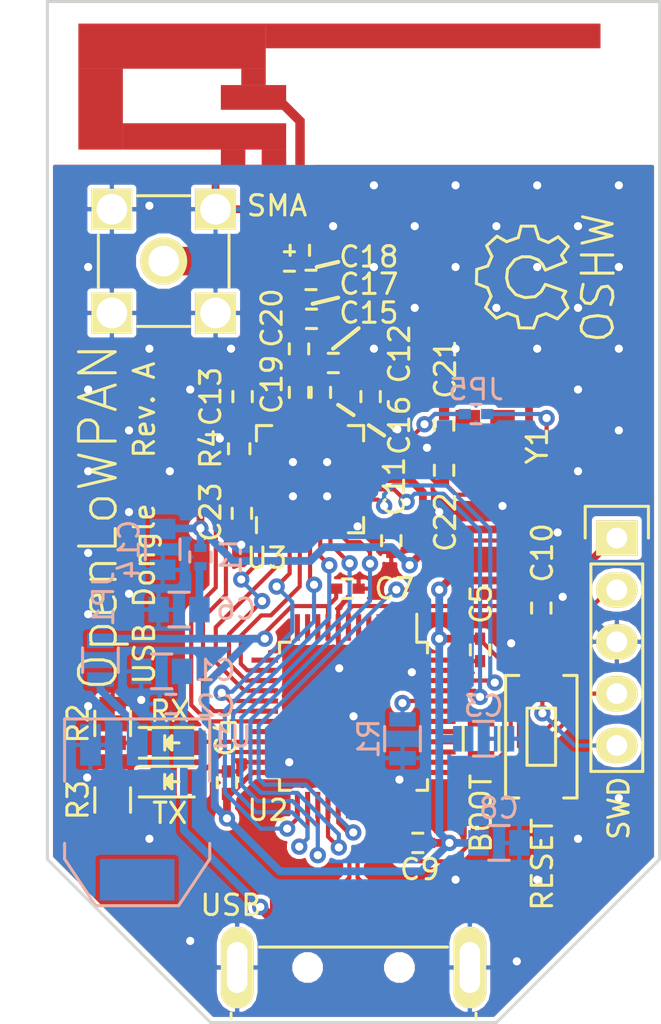
<source format=kicad_pcb>
(kicad_pcb (version 4) (host pcbnew "(2016-06-30 BZR 6960)-stable")
  (layers (0 F.Cu signal) (31 B.Cu signal) (34 B.Paste user) (35 F.Paste user) (36 B.SilkS user) (37 F.SilkS user) (38 B.Mask user) (39 F.Mask user) (44 Edge.Cuts user))
  (net 0 "")
  (net 1 GND)
  (net 2 "Net-(A1-Pad1)")
  (net 3 +5V)
  (net 4 VCC)
  (net 5 "/STM32 Microcontroller & Power/~RESET")
  (net 6 /Radio/RF_VDD)
  (net 7 "Net-(C15-Pad1)")
  (net 8 "Net-(C16-Pad2)")
  (net 9 "Net-(C19-Pad2)")
  (net 10 "Net-(C21-Pad1)")
  (net 11 "Net-(C22-Pad1)")
  (net 12 "Net-(C23-Pad1)")
  (net 13 "Net-(D1-Pad2)")
  (net 14 "Net-(D1-Pad1)")
  (net 15 "Net-(D2-Pad2)")
  (net 16 "Net-(D2-Pad1)")
  (net 17 "Net-(JP1-Pad1)")
  (net 18 "Net-(JP2-Pad2)")
  (net 19 "Net-(JP3-Pad1)")
  (net 20 /Radio/RF_MCO)
  (net 21 "/STM32 Microcontroller & Power/D+")
  (net 22 "/STM32 Microcontroller & Power/D-")
  (net 23 "/STM32 Microcontroller & Power/SWCLK")
  (net 24 "/STM32 Microcontroller & Power/SWDIO")
  (net 25 "Net-(R4-Pad1)")
  (net 26 "Net-(U2-Pad2)")
  (net 27 "Net-(U2-Pad3)")
  (net 28 "Net-(U2-Pad4)")
  (net 29 "Net-(U2-Pad5)")
  (net 30 "Net-(U2-Pad6)")
  (net 31 "Net-(U2-Pad10)")
  (net 32 "Net-(U2-Pad11)")
  (net 33 "Net-(U2-Pad12)")
  (net 34 "Net-(U2-Pad13)")
  (net 35 /Radio/RF_MISO)
  (net 36 /Radio/RF_MOSI)
  (net 37 /Radio/RF_nPDN)
  (net 38 /Radio/RF_nRST)
  (net 39 "Net-(U2-Pad20)")
  (net 40 /Radio/RF_GPIO0)
  (net 41 /Radio/RF_GPIO1)
  (net 42 /Radio/RF_GPIO2)
  (net 43 /Radio/RF_GPIO3)
  (net 44 /Radio/RF_GPIO4)
  (net 45 /Radio/RF_GPIO5)
  (net 46 "Net-(U2-Pad30)")
  (net 47 "Net-(U2-Pad31)")
  (net 48 "Net-(U2-Pad38)")
  (net 49 "Net-(U2-Pad39)")
  (net 50 "Net-(U2-Pad42)")
  (net 51 "Net-(U2-Pad43)")
  (net 52 /Radio/RF_SCK)
  (net 53 /Radio/RF_nCS)
  (net 54 "Net-(U2-Pad40)")
  (net 55 "Net-(U2-Pad41)")
  (module Housings_QFP:LQFP-48_7x7mm_Pitch0.5mm (layer F.Cu) (at 98 102 270)
    (fp_text reference U2 (at 4.6 4.2) (layer F.SilkS))
    (fp_text value STM32F072C8Tx)
    (pad 1 smd rect (at -4.35 -2.75 270) (size 1.3 0.25) (layers F.Cu F.Paste F.Mask) (net 4 VCC))
    (pad 2 smd rect (at -4.35 -2.25 270) (size 1.3 0.25) (layers F.Cu F.Paste F.Mask) (net 26 "Net-(U2-Pad2)"))
    (pad 3 smd rect (at -4.35 -1.75 270) (size 1.3 0.25) (layers F.Cu F.Paste F.Mask) (net 27 "Net-(U2-Pad3)"))
    (pad 4 smd rect (at -4.35 -1.25 270) (size 1.3 0.25) (layers F.Cu F.Paste F.Mask) (net 28 "Net-(U2-Pad4)"))
    (pad 5 smd rect (at -4.35 -0.75 270) (size 1.3 0.25) (layers F.Cu F.Paste F.Mask) (net 29 "Net-(U2-Pad5)"))
    (pad 6 smd rect (at -4.35 -0.25 270) (size 1.3 0.25) (layers F.Cu F.Paste F.Mask) (net 30 "Net-(U2-Pad6)"))
    (pad 7 smd rect (at -4.35 0.25 270) (size 1.3 0.25) (layers F.Cu F.Paste F.Mask) (net 5 "/STM32 Microcontroller & Power/~RESET"))
    (pad 8 smd rect (at -4.35 0.75 270) (size 1.3 0.25) (layers F.Cu F.Paste F.Mask) (net 1 GND))
    (pad 9 smd rect (at -4.35 1.25 270) (size 1.3 0.25) (layers F.Cu F.Paste F.Mask) (net 4 VCC))
    (pad 10 smd rect (at -4.35 1.75 270) (size 1.3 0.25) (layers F.Cu F.Paste F.Mask) (net 31 "Net-(U2-Pad10)"))
    (pad 11 smd rect (at -4.35 2.25 270) (size 1.3 0.25) (layers F.Cu F.Paste F.Mask) (net 32 "Net-(U2-Pad11)"))
    (pad 12 smd rect (at -4.35 2.75 270) (size 1.3 0.25) (layers F.Cu F.Paste F.Mask) (net 33 "Net-(U2-Pad12)"))
    (pad 13 smd rect (at -2.75 4.35) (size 1.3 0.25) (layers F.Cu F.Paste F.Mask) (net 34 "Net-(U2-Pad13)"))
    (pad 14 smd rect (at -2.25 4.35) (size 1.3 0.25) (layers F.Cu F.Paste F.Mask) (net 53 /Radio/RF_nCS))
    (pad 15 smd rect (at -1.75 4.35) (size 1.3 0.25) (layers F.Cu F.Paste F.Mask) (net 52 /Radio/RF_SCK))
    (pad 16 smd rect (at -1.25 4.35) (size 1.3 0.25) (layers F.Cu F.Paste F.Mask) (net 35 /Radio/RF_MISO))
    (pad 17 smd rect (at -0.75 4.35) (size 1.3 0.25) (layers F.Cu F.Paste F.Mask) (net 36 /Radio/RF_MOSI))
    (pad 18 smd rect (at -0.25 4.35) (size 1.3 0.25) (layers F.Cu F.Paste F.Mask) (net 37 /Radio/RF_nPDN))
    (pad 19 smd rect (at 0.25 4.35) (size 1.3 0.25) (layers F.Cu F.Paste F.Mask) (net 38 /Radio/RF_nRST))
    (pad 20 smd rect (at 0.75 4.35) (size 1.3 0.25) (layers F.Cu F.Paste F.Mask) (net 39 "Net-(U2-Pad20)"))
    (pad 21 smd rect (at 1.25 4.35) (size 1.3 0.25) (layers F.Cu F.Paste F.Mask) (net 13 "Net-(D1-Pad2)"))
    (pad 22 smd rect (at 1.75 4.35) (size 1.3 0.25) (layers F.Cu F.Paste F.Mask) (net 15 "Net-(D2-Pad2)"))
    (pad 23 smd rect (at 2.25 4.35) (size 1.3 0.25) (layers F.Cu F.Paste F.Mask) (net 1 GND))
    (pad 24 smd rect (at 2.75 4.35) (size 1.3 0.25) (layers F.Cu F.Paste F.Mask) (net 4 VCC))
    (pad 25 smd rect (at 4.35 2.75 270) (size 1.3 0.25) (layers F.Cu F.Paste F.Mask) (net 45 /Radio/RF_GPIO5))
    (pad 26 smd rect (at 4.35 2.25 270) (size 1.3 0.25) (layers F.Cu F.Paste F.Mask) (net 44 /Radio/RF_GPIO4))
    (pad 27 smd rect (at 4.35 1.75 270) (size 1.3 0.25) (layers F.Cu F.Paste F.Mask) (net 43 /Radio/RF_GPIO3))
    (pad 28 smd rect (at 4.35 1.25 270) (size 1.3 0.25) (layers F.Cu F.Paste F.Mask) (net 42 /Radio/RF_GPIO2))
    (pad 29 smd rect (at 4.35 0.75 270) (size 1.3 0.25) (layers F.Cu F.Paste F.Mask) (net 20 /Radio/RF_MCO))
    (pad 30 smd rect (at 4.35 0.25 270) (size 1.3 0.25) (layers F.Cu F.Paste F.Mask) (net 46 "Net-(U2-Pad30)"))
    (pad 31 smd rect (at 4.35 -0.25 270) (size 1.3 0.25) (layers F.Cu F.Paste F.Mask) (net 47 "Net-(U2-Pad31)"))
    (pad 32 smd rect (at 4.35 -0.75 270) (size 1.3 0.25) (layers F.Cu F.Paste F.Mask) (net 22 "/STM32 Microcontroller & Power/D-"))
    (pad 33 smd rect (at 4.35 -1.25 270) (size 1.3 0.25) (layers F.Cu F.Paste F.Mask) (net 21 "/STM32 Microcontroller & Power/D+"))
    (pad 34 smd rect (at 4.35 -1.75 270) (size 1.3 0.25) (layers F.Cu F.Paste F.Mask) (net 24 "/STM32 Microcontroller & Power/SWDIO"))
    (pad 35 smd rect (at 4.35 -2.25 270) (size 1.3 0.25) (layers F.Cu F.Paste F.Mask) (net 1 GND))
    (pad 36 smd rect (at 4.35 -2.75 270) (size 1.3 0.25) (layers F.Cu F.Paste F.Mask) (net 4 VCC))
    (pad 37 smd rect (at 2.75 -4.35) (size 1.3 0.25) (layers F.Cu F.Paste F.Mask) (net 23 "/STM32 Microcontroller & Power/SWCLK"))
    (pad 38 smd rect (at 2.25 -4.35) (size 1.3 0.25) (layers F.Cu F.Paste F.Mask) (net 48 "Net-(U2-Pad38)"))
    (pad 39 smd rect (at 1.75 -4.35) (size 1.3 0.25) (layers F.Cu F.Paste F.Mask) (net 49 "Net-(U2-Pad39)"))
    (pad 40 smd rect (at 1.25 -4.35) (size 1.3 0.25) (layers F.Cu F.Paste F.Mask) (net 54 "Net-(U2-Pad40)"))
    (pad 41 smd rect (at 0.75 -4.35) (size 1.3 0.25) (layers F.Cu F.Paste F.Mask) (net 55 "Net-(U2-Pad41)"))
    (pad 42 smd rect (at 0.25 -4.35) (size 1.3 0.25) (layers F.Cu F.Paste F.Mask) (net 50 "Net-(U2-Pad42)"))
    (pad 43 smd rect (at -0.25 -4.35) (size 1.3 0.25) (layers F.Cu F.Paste F.Mask) (net 51 "Net-(U2-Pad43)"))
    (pad 44 smd rect (at -0.75 -4.35) (size 1.3 0.25) (layers F.Cu F.Paste F.Mask) (net 18 "Net-(JP2-Pad2)"))
    (pad 45 smd rect (at -1.25 -4.35) (size 1.3 0.25) (layers F.Cu F.Paste F.Mask) (net 40 /Radio/RF_GPIO0))
    (pad 46 smd rect (at -1.75 -4.35) (size 1.3 0.25) (layers F.Cu F.Paste F.Mask) (net 41 /Radio/RF_GPIO1))
    (pad 47 smd rect (at -2.25 -4.35) (size 1.3 0.25) (layers F.Cu F.Paste F.Mask) (net 1 GND))
    (pad 48 smd rect (at -2.75 -4.35) (size 1.3 0.25) (layers F.Cu F.Paste F.Mask) (net 4 VCC))
  )
  (module Resistors_SMD:R_0805 (layer F.Cu) (at 104.25 103.1 90)
    (fp_text reference JP2 hide)
    (fp_text value BOOT (at -3.65 0 90) (layer F.SilkS))
    (pad 1 smd rect (at -0.95 0 90) (size 0.7 1.3) (layers F.Cu F.Paste F.Mask) (net 4 VCC))
    (pad 2 smd rect (at 0.95 0 90) (size 0.7 1.3) (layers F.Cu F.Paste F.Mask) (net 18 "Net-(JP2-Pad2)"))
  )
  (module Capacitors_SMD:C_0402 (layer F.Cu) (at 97.7 95.75)
    (fp_text reference C7 (at 2.3 0) (layer F.SilkS))
    (fp_text value 100nF)
    (pad 1 smd rect (at -0.55 0) (size 0.6 0.5) (layers F.Cu F.Paste F.Mask) (net 4 VCC))
    (pad 2 smd rect (at 0.55 0) (size 0.6 0.5) (layers F.Cu F.Paste F.Mask) (net 1 GND))
  )
  (module Capacitors_SMD:C_0805 (layer B.Cu) (at 88.6 99.8 180)
    (fp_text reference C1 (at -2.65 0.05 180) (layer B.SilkS) (effects (justify mirror)))
    (fp_text value 4.7µF)
    (pad 1 smd rect (at -1 0 180) (size 1 1.25) (layers B.Cu B.Paste B.Mask) (net 3 +5V))
    (pad 2 smd rect (at 1 0 180) (size 1 1.25) (layers B.Cu B.Paste B.Mask) (net 1 GND))
  )
  (module Capacitors_SMD:C_0402 (layer B.Cu) (at 89.05 101.4 180)
    (fp_text reference C2 (at -2.2 -0.1 180) (layer B.SilkS) (effects (justify mirror)))
    (fp_text value 100nF)
    (pad 1 smd rect (at -0.55 0 180) (size 0.6 0.5) (layers B.Cu B.Paste B.Mask) (net 3 +5V))
    (pad 2 smd rect (at 0.55 0 180) (size 0.6 0.5) (layers B.Cu B.Paste B.Mask) (net 1 GND))
  )
  (module Capacitors_SMD:C_0805 (layer B.Cu) (at 104.375 103.1)
    (fp_text reference C3 (at 0 -1.6) (layer B.SilkS) (effects (justify mirror)))
    (fp_text value 4.7µF)
    (pad 1 smd rect (at -1 0) (size 1 1.25) (layers B.Cu B.Paste B.Mask) (net 4 VCC))
    (pad 2 smd rect (at 1 0) (size 1 1.25) (layers B.Cu B.Paste B.Mask) (net 1 GND))
  )
  (module Capacitors_SMD:C_0402 (layer F.Cu) (at 91.8 105.25 90)
    (fp_text reference C4 (at 2.25 -0.05 90) (layer F.SilkS))
    (fp_text value 100nF)
    (pad 1 smd rect (at -0.55 0 90) (size 0.6 0.5) (layers F.Cu F.Paste F.Mask) (net 4 VCC))
    (pad 2 smd rect (at 0.55 0 90) (size 0.6 0.5) (layers F.Cu F.Paste F.Mask) (net 1 GND))
  )
  (module Capacitors_SMD:C_0402 (layer F.Cu) (at 104.2 98.75 270)
    (fp_text reference C5 (at -2.25 -0.05 270) (layer F.SilkS))
    (fp_text value 100nF)
    (pad 1 smd rect (at -0.55 0 270) (size 0.6 0.5) (layers F.Cu F.Paste F.Mask) (net 4 VCC))
    (pad 2 smd rect (at 0.55 0 270) (size 0.6 0.5) (layers F.Cu F.Paste F.Mask) (net 1 GND))
  )
  (module Capacitors_SMD:C_0805 (layer B.Cu) (at 89.45 96.775 180)
    (fp_text reference C6 (at -2.8 0.025 180) (layer B.SilkS) (effects (justify mirror)))
    (fp_text value 4.7µF)
    (pad 1 smd rect (at -1 0 180) (size 1 1.25) (layers B.Cu B.Paste B.Mask) (net 4 VCC))
    (pad 2 smd rect (at 1 0 180) (size 1 1.25) (layers B.Cu B.Paste B.Mask) (net 1 GND))
  )
  (module Capacitors_SMD:C_0805 (layer B.Cu) (at 105.125 108.2)
    (fp_text reference C8 (at 0 -1.7) (layer B.SilkS) (effects (justify mirror)))
    (fp_text value 4.7µF)
    (pad 1 smd rect (at -1 0) (size 1 1.25) (layers B.Cu B.Paste B.Mask) (net 4 VCC))
    (pad 2 smd rect (at 1 0) (size 1 1.25) (layers B.Cu B.Paste B.Mask) (net 1 GND))
  )
  (module Capacitors_SMD:C_0402 (layer F.Cu) (at 101.15 108.2 180)
    (fp_text reference C9 (at -0.1 -1.3 180) (layer F.SilkS))
    (fp_text value 100nF)
    (pad 1 smd rect (at -0.55 0 180) (size 0.6 0.5) (layers F.Cu F.Paste F.Mask) (net 4 VCC))
    (pad 2 smd rect (at 0.55 0 180) (size 0.6 0.5) (layers F.Cu F.Paste F.Mask) (net 1 GND))
  )
  (module Capacitors_SMD:C_0402 (layer F.Cu) (at 107.2 96.7 90)
    (fp_text reference C10 (at 2.7 0.05 90) (layer F.SilkS))
    (fp_text value 100nF)
    (pad 1 smd rect (at -0.55 0 90) (size 0.6 0.5) (layers F.Cu F.Paste F.Mask) (net 5 "/STM32 Microcontroller & Power/~RESET"))
    (pad 2 smd rect (at 0.55 0 90) (size 0.6 0.5) (layers F.Cu F.Paste F.Mask) (net 1 GND))
  )
  (module Capacitors_SMD:C_0402 (layer F.Cu) (at 99.85 93.4 270)
    (fp_text reference C11 (at -2.65 -0.15 270) (layer F.SilkS))
    (fp_text value 100nF)
    (pad 1 smd rect (at -0.55 0 270) (size 0.6 0.5) (layers F.Cu F.Paste F.Mask) (net 6 /Radio/RF_VDD))
    (pad 2 smd rect (at 0.55 0 270) (size 0.6 0.5) (layers F.Cu F.Paste F.Mask) (net 1 GND))
  )
  (module Capacitors_SMD:C_0402 (layer F.Cu) (at 98.837184 86.34542 90)
    (fp_text reference C12 (at 2.09542 1.412816 90) (layer F.SilkS))
    (fp_text value 100nF)
    (pad 1 smd rect (at -0.55 0 90) (size 0.6 0.5) (layers F.Cu F.Paste F.Mask) (net 6 /Radio/RF_VDD))
    (pad 2 smd rect (at 0.55 0 90) (size 0.6 0.5) (layers F.Cu F.Paste F.Mask) (net 1 GND))
  )
  (module Capacitors_SMD:C_0402 (layer F.Cu) (at 92.564654 86.345367 90)
    (fp_text reference C13 (at 0 -1.564654 90) (layer F.SilkS))
    (fp_text value 100nF)
    (pad 1 smd rect (at -0.55 0 90) (size 0.6 0.5) (layers F.Cu F.Paste F.Mask) (net 6 /Radio/RF_VDD))
    (pad 2 smd rect (at 0.55 0 90) (size 0.6 0.5) (layers F.Cu F.Paste F.Mask) (net 1 GND))
  )
  (module Capacitors_SMD:C_0805 (layer B.Cu) (at 88.65 93.825 270)
    (fp_text reference C14 (at 0 1.65 270) (layer B.SilkS) (effects (justify mirror)))
    (fp_text value 4.7µF)
    (pad 1 smd rect (at -1 0 270) (size 1 1.25) (layers B.Cu B.Paste B.Mask) (net 6 /Radio/RF_VDD))
    (pad 2 smd rect (at 1 0 270) (size 1 1.25) (layers B.Cu B.Paste B.Mask) (net 1 GND))
  )
  (module Capacitors_SMD:C_0402 (layer F.Cu) (at 97.01 84.7)
    (fp_text reference C15 (at 1.74 -2.45) (layer F.SilkS))
    (fp_text value 1.8pF)
    (pad 1 smd rect (at -0.55 0) (size 0.6 0.5) (layers F.Cu F.Paste F.Mask) (net 7 "Net-(C15-Pad1)"))
    (pad 2 smd rect (at 0.55 0) (size 0.6 0.5) (layers F.Cu F.Paste F.Mask) (net 1 GND))
  )
  (module Capacitors_SMD:C_0402 (layer F.Cu) (at 96.4 86.14 270)
    (fp_text reference C16 (at 1.61 -3.85 270) (layer F.SilkS))
    (fp_text value 39pF)
    (pad 1 smd rect (at -0.55 0 270) (size 0.6 0.5) (layers F.Cu F.Paste F.Mask) (net 7 "Net-(C15-Pad1)"))
    (pad 2 smd rect (at 0.55 0 270) (size 0.6 0.5) (layers F.Cu F.Paste F.Mask) (net 8 "Net-(C16-Pad2)"))
  )
  (module Capacitors_SMD:C_0402 (layer F.Cu) (at 95.941547 82.5366)
    (fp_text reference C17 (at 2.808453 -1.7) (layer F.SilkS))
    (fp_text value 1.8pF)
    (pad 1 smd rect (at -0.55 0) (size 0.6 0.5) (layers F.Cu F.Paste F.Mask) (net 7 "Net-(C15-Pad1)"))
    (pad 2 smd rect (at 0.55 0) (size 0.6 0.5) (layers F.Cu F.Paste F.Mask) (net 1 GND))
  )
  (module Capacitors_SMD:C_0402 (layer F.Cu) (at 95.915967 80.6316)
    (fp_text reference C18 (at 2.834033 -1.1316) (layer F.SilkS))
    (fp_text value 1pF)
    (pad 1 smd rect (at -0.55 0) (size 0.6 0.5) (layers F.Cu F.Paste F.Mask) (net 7 "Net-(C15-Pad1)"))
    (pad 2 smd rect (at 0.55 0) (size 0.6 0.5) (layers F.Cu F.Paste F.Mask) (net 1 GND))
  )
  (module Capacitors_SMD:C_0402 (layer F.Cu) (at 95.33 86.14 270)
    (fp_text reference C19 (at -0.39 1.33 270) (layer F.SilkS))
    (fp_text value 82pF)
    (pad 1 smd rect (at -0.55 0 270) (size 0.6 0.5) (layers F.Cu F.Paste F.Mask) (net 1 GND))
    (pad 2 smd rect (at 0.55 0 270) (size 0.6 0.5) (layers F.Cu F.Paste F.Mask) (net 9 "Net-(C19-Pad2)"))
  )
  (module Capacitors_SMD:C_0402 (layer F.Cu) (at 95.33 84.01 270)
    (fp_text reference C20 (at -1.51 1.33 270) (layer F.SilkS))
    (fp_text value 1.5pF)
    (pad 1 smd rect (at -0.55 0 270) (size 0.6 0.5) (layers F.Cu F.Paste F.Mask) (net 7 "Net-(C15-Pad1)"))
    (pad 2 smd rect (at 0.55 0 270) (size 0.6 0.5) (layers F.Cu F.Paste F.Mask) (net 1 GND))
  )
  (module Capacitors_SMD:C_0402 (layer F.Cu) (at 102.43706 87.743747 270)
    (fp_text reference C21 (at -2.743747 -0.06294 270) (layer F.SilkS))
    (fp_text value 22pF)
    (pad 1 smd rect (at -0.55 0 270) (size 0.6 0.5) (layers F.Cu F.Paste F.Mask) (net 10 "Net-(C21-Pad1)"))
    (pad 2 smd rect (at 0.55 0 270) (size 0.6 0.5) (layers F.Cu F.Paste F.Mask) (net 1 GND))
  )
  (module Capacitors_SMD:C_0402 (layer F.Cu) (at 102.43706 89.953727 90)
    (fp_text reference C22 (at -2.546273 0.06294 90) (layer F.SilkS))
    (fp_text value 22pF)
    (pad 1 smd rect (at -0.55 0 90) (size 0.6 0.5) (layers F.Cu F.Paste F.Mask) (net 11 "Net-(C22-Pad1)"))
    (pad 2 smd rect (at 0.55 0 90) (size 0.6 0.5) (layers F.Cu F.Paste F.Mask) (net 1 GND))
  )
  (module Capacitors_SMD:C_0402 (layer F.Cu) (at 92.53106 92.061927 270)
    (fp_text reference C23 (at -0.061927 1.53106 270) (layer F.SilkS))
    (fp_text value 100nF)
    (pad 1 smd rect (at -0.55 0 270) (size 0.6 0.5) (layers F.Cu F.Paste F.Mask) (net 12 "Net-(C23-Pad1)"))
    (pad 2 smd rect (at 0.55 0 270) (size 0.6 0.5) (layers F.Cu F.Paste F.Mask) (net 1 GND))
  )
  (module LEDs:LED_0805 (layer F.Cu) (at 89.1 103.3)
    (fp_text reference D1 hide)
    (fp_text value RX (at -0.1 -1.55) (layer F.SilkS))
    (pad 2 smd rect (at 1.04902 0 180) (size 1.19888 1.19888) (layers F.Cu F.Paste F.Mask) (net 13 "Net-(D1-Pad2)"))
    (pad 1 smd rect (at -1.04902 0 180) (size 1.19888 1.19888) (layers F.Cu F.Paste F.Mask) (net 14 "Net-(D1-Pad1)"))
  )
  (module LEDs:LED_0805 (layer F.Cu) (at 89.1 105.2)
    (fp_text reference D2 hide)
    (fp_text value TX (at -0.1 1.55) (layer F.SilkS))
    (pad 2 smd rect (at 1.04902 0 180) (size 1.19888 1.19888) (layers F.Cu F.Paste F.Mask) (net 15 "Net-(D2-Pad2)"))
    (pad 1 smd rect (at -1.04902 0 180) (size 1.19888 1.19888) (layers F.Cu F.Paste F.Mask) (net 16 "Net-(D2-Pad1)"))
  )
  (module Resistors_SMD:R_0805 (layer B.Cu) (at 85.6 99.25 90)
    (fp_text reference JP1 (at 3 0.15 90) (layer B.SilkS) (effects (justify mirror)))
    (fp_text value Jumper_NC_Small)
    (pad 1 smd rect (at -0.95 0 90) (size 0.7 1.3) (layers B.Cu B.Paste B.Mask) (net 17 "Net-(JP1-Pad1)"))
    (pad 2 smd rect (at 0.95 0 90) (size 0.7 1.3) (layers B.Cu B.Paste B.Mask) (net 4 VCC))
  )
  (module Resistors_SMD:R_0402 (layer B.Cu) (at 90.5 94.2 90)
    (fp_text reference L1 (at 0 1.5 90) (layer B.SilkS) (effects (justify mirror)))
    (fp_text value 1K)
    (pad 1 smd rect (at -0.45 0 90) (size 0.4 0.6) (layers B.Cu B.Paste B.Mask) (net 4 VCC))
    (pad 2 smd rect (at 0.45 0 90) (size 0.4 0.6) (layers B.Cu B.Paste B.Mask) (net 6 /Radio/RF_VDD))
  )
  (module Pin_Headers:Pin_Header_Straight_1x05 (layer F.Cu) (at 110.9 93.27)
    (fp_text reference P2 hide)
    (fp_text value SWD (at 0.1 13.23 90) (layer F.SilkS))
    (pad 1 thru_hole rect (at 0 0) (size 2.032 1.7272) (drill 1.016) (layers *.Cu *.Mask F.SilkS) (net 4 VCC))
    (pad 2 thru_hole oval (at 0 2.54) (size 2.032 1.7272) (drill 1.016) (layers *.Cu *.Mask F.SilkS) (net 23 "/STM32 Microcontroller & Power/SWCLK"))
    (pad 3 thru_hole oval (at 0 5.08) (size 2.032 1.7272) (drill 1.016) (layers *.Cu *.Mask F.SilkS) (net 1 GND))
    (pad 4 thru_hole oval (at 0 7.62) (size 2.032 1.7272) (drill 1.016) (layers *.Cu *.Mask F.SilkS) (net 24 "/STM32 Microcontroller & Power/SWDIO"))
    (pad 5 thru_hole oval (at 0 10.16) (size 2.032 1.7272) (drill 1.016) (layers *.Cu *.Mask F.SilkS) (net 5 "/STM32 Microcontroller & Power/~RESET"))
  )
  (module dongle:SMA (layer F.Cu) (at 88.7 79.71)
    (fp_text reference P3 hide)
    (fp_text value SMA (at 5.55 -2.71) (layer F.SilkS))
    (pad 2 thru_hole rect (at 2.54 -2.54) (size 2 2) (drill 1.5) (layers *.Cu *.Mask F.SilkS) (net 1 GND))
    (pad 2 thru_hole rect (at -2.54 -2.54) (size 2 2) (drill 1.5) (layers *.Cu *.Mask F.SilkS) (net 1 GND))
    (pad 2 thru_hole rect (at -2.54 2.54) (size 2 2) (drill 1.5) (layers *.Cu *.Mask F.SilkS) (net 1 GND))
    (pad 2 thru_hole rect (at 2.54 2.54) (size 2 2) (drill 1.5) (layers *.Cu *.Mask F.SilkS) (net 1 GND))
    (pad 1 thru_hole circle (at 0 0) (size 2.3 2.3) (drill 1.5) (layers *.Cu *.Mask F.SilkS) (net 19 "Net-(JP3-Pad1)"))
  )
  (module Resistors_SMD:R_0805 (layer B.Cu) (at 100.4 103.1 270)
    (fp_text reference R1 (at 0 1.65 270) (layer B.SilkS) (effects (justify mirror)))
    (fp_text value 100k)
    (pad 1 smd rect (at -0.95 0 270) (size 0.7 1.3) (layers B.Cu B.Paste B.Mask) (net 18 "Net-(JP2-Pad2)"))
    (pad 2 smd rect (at 0.95 0 270) (size 0.7 1.3) (layers B.Cu B.Paste B.Mask) (net 1 GND))
  )
  (module Resistors_SMD:R_0805 (layer F.Cu) (at 86.2 102.35 90)
    (fp_text reference R2 (at 0 -1.7 90) (layer F.SilkS))
    (fp_text value 1k)
    (pad 1 smd rect (at -0.95 0 90) (size 0.7 1.3) (layers F.Cu F.Paste F.Mask) (net 14 "Net-(D1-Pad1)"))
    (pad 2 smd rect (at 0.95 0 90) (size 0.7 1.3) (layers F.Cu F.Paste F.Mask) (net 1 GND))
  )
  (module Resistors_SMD:R_0805 (layer F.Cu) (at 86.2 106.1 270)
    (fp_text reference R3 (at 0 1.7 270) (layer F.SilkS))
    (fp_text value 1k)
    (pad 1 smd rect (at -0.95 0 270) (size 0.7 1.3) (layers F.Cu F.Paste F.Mask) (net 16 "Net-(D2-Pad1)"))
    (pad 2 smd rect (at 0.95 0 270) (size 0.7 1.3) (layers F.Cu F.Paste F.Mask) (net 1 GND))
  )
  (module Resistors_SMD:R_0402 (layer F.Cu) (at 92.4 88.9 90)
    (fp_text reference R4 (at 0 -1.4 90) (layer F.SilkS))
    (fp_text value 56k)
    (pad 1 smd rect (at -0.45 0 90) (size 0.4 0.6) (layers F.Cu F.Paste F.Mask) (net 25 "Net-(R4-Pad1)"))
    (pad 2 smd rect (at 0.45 0 90) (size 0.4 0.6) (layers F.Cu F.Paste F.Mask) (net 1 GND))
  )
  (module TO_SOT_Packages_SMD:SOT-223 (layer B.Cu) (at 87.4 106.702)
    (fp_text reference U1 (at 4.6 -3.702) (layer B.SilkS) (effects (justify mirror)))
    (fp_text value NCP1117ST33T3G)
    (pad 4 smd rect (at 0 3.302) (size 3.6576 2.032) (layers B.Cu B.Paste B.Mask))
    (pad 2 smd rect (at 0 -3.302) (size 1.016 2.032) (layers B.Cu B.Paste B.Mask) (net 17 "Net-(JP1-Pad1)"))
    (pad 3 smd rect (at 2.286 -3.302) (size 1.016 2.032) (layers B.Cu B.Paste B.Mask) (net 3 +5V))
    (pad 1 smd rect (at -2.286 -3.302) (size 1.016 2.032) (layers B.Cu B.Paste B.Mask) (net 1 GND))
  )
  (module Housings_DFN_QFN:QFN-28-1EP_5x5mm_Pitch0.5mm (layer F.Cu) (at 95.87 90.39 90)
    (fp_text reference U3 (at -3.86 -2.12 180) (layer F.SilkS))
    (fp_text value CC2520)
    (pad 1 smd oval (at -2.45 -1.5 90) (size 0.85 0.3) (layers F.Cu F.Paste F.Mask) (net 35 /Radio/RF_MISO))
    (pad 2 smd oval (at -2.45 -1 90) (size 0.85 0.3) (layers F.Cu F.Paste F.Mask) (net 36 /Radio/RF_MOSI))
    (pad 3 smd oval (at -2.45 -0.5 90) (size 0.85 0.3) (layers F.Cu F.Paste F.Mask) (net 53 /Radio/RF_nCS))
    (pad 4 smd oval (at -2.45 0 90) (size 0.85 0.3) (layers F.Cu F.Paste F.Mask) (net 45 /Radio/RF_GPIO5))
    (pad 5 smd oval (at -2.45 0.5 90) (size 0.85 0.3) (layers F.Cu F.Paste F.Mask) (net 44 /Radio/RF_GPIO4))
    (pad 6 smd oval (at -2.45 1 90) (size 0.85 0.3) (layers F.Cu F.Paste F.Mask) (net 43 /Radio/RF_GPIO3))
    (pad 7 smd oval (at -2.45 1.5 90) (size 0.85 0.3) (layers F.Cu F.Paste F.Mask) (net 42 /Radio/RF_GPIO2))
    (pad 8 smd oval (at -1.5 2.45 180) (size 0.85 0.3) (layers F.Cu F.Paste F.Mask) (net 6 /Radio/RF_VDD))
    (pad 9 smd oval (at -1 2.45 180) (size 0.85 0.3) (layers F.Cu F.Paste F.Mask) (net 41 /Radio/RF_GPIO1))
    (pad 10 smd oval (at -0.5 2.45 180) (size 0.85 0.3) (layers F.Cu F.Paste F.Mask) (net 40 /Radio/RF_GPIO0))
    (pad 11 smd oval (at 0 2.45 180) (size 0.85 0.3) (layers F.Cu F.Paste F.Mask) (net 6 /Radio/RF_VDD))
    (pad 12 smd oval (at 0.5 2.45 180) (size 0.85 0.3) (layers F.Cu F.Paste F.Mask) (net 11 "Net-(C22-Pad1)"))
    (pad 13 smd oval (at 1 2.45 180) (size 0.85 0.3) (layers F.Cu F.Paste F.Mask) (net 10 "Net-(C21-Pad1)"))
    (pad 14 smd oval (at 1.5 2.45 180) (size 0.85 0.3) (layers F.Cu F.Paste F.Mask) (net 6 /Radio/RF_VDD))
    (pad 15 smd oval (at 2.45 1.5 90) (size 0.85 0.3) (layers F.Cu F.Paste F.Mask))
    (pad 16 smd oval (at 2.45 1 90) (size 0.85 0.3) (layers F.Cu F.Paste F.Mask) (net 6 /Radio/RF_VDD))
    (pad 17 smd oval (at 2.45 0.5 90) (size 0.85 0.3) (layers F.Cu F.Paste F.Mask) (net 8 "Net-(C16-Pad2)"))
    (pad 18 smd oval (at 2.45 0 90) (size 0.85 0.3) (layers F.Cu F.Paste F.Mask))
    (pad 19 smd oval (at 2.45 -0.5 90) (size 0.85 0.3) (layers F.Cu F.Paste F.Mask) (net 9 "Net-(C19-Pad2)"))
    (pad 20 smd oval (at 2.45 -1 90) (size 0.85 0.3) (layers F.Cu F.Paste F.Mask) (net 6 /Radio/RF_VDD))
    (pad 21 smd oval (at 2.45 -1.5 90) (size 0.85 0.3) (layers F.Cu F.Paste F.Mask))
    (pad 22 smd oval (at 1.5 -2.45 180) (size 0.85 0.3) (layers F.Cu F.Paste F.Mask) (net 6 /Radio/RF_VDD))
    (pad 23 smd oval (at 1 -2.45 180) (size 0.85 0.3) (layers F.Cu F.Paste F.Mask) (net 25 "Net-(R4-Pad1)"))
    (pad 24 smd oval (at 0.5 -2.45 180) (size 0.85 0.3) (layers F.Cu F.Paste F.Mask) (net 6 /Radio/RF_VDD))
    (pad 25 smd oval (at 0 -2.45 180) (size 0.85 0.3) (layers F.Cu F.Paste F.Mask) (net 38 /Radio/RF_nRST))
    (pad 26 smd oval (at -0.5 -2.45 180) (size 0.85 0.3) (layers F.Cu F.Paste F.Mask) (net 37 /Radio/RF_nPDN))
    (pad 27 smd oval (at -1 -2.45 180) (size 0.85 0.3) (layers F.Cu F.Paste F.Mask) (net 12 "Net-(C23-Pad1)"))
    (pad 28 smd oval (at -1.5 -2.45 180) (size 0.85 0.3) (layers F.Cu F.Paste F.Mask) (net 52 /Radio/RF_SCK))
    (pad 29 smd rect (at 0.8375 0.8375 90) (size 1.675 1.675) (layers F.Cu F.Paste F.Mask) (net 1 GND))
    (pad 29 smd rect (at 0.8375 -0.8375 90) (size 1.675 1.675) (layers F.Cu F.Paste F.Mask) (net 1 GND))
    (pad 29 smd rect (at -0.8375 0.8375 90) (size 1.675 1.675) (layers F.Cu F.Paste F.Mask) (net 1 GND))
    (pad 29 smd rect (at -0.8375 -0.8375 90) (size 1.675 1.675) (layers F.Cu F.Paste F.Mask) (net 1 GND))
  )
  (module dongle:Crystal_3225 (layer F.Cu) (at 104.45 88.8 270)
    (fp_text reference Y1 (at -0.05 -2.55 270) (layer F.SilkS))
    (fp_text value 32MHz)
    (pad 1 smd rect (at -1.1 0.85 270) (size 1.4 1.2) (layers F.Cu F.Paste F.Mask) (net 10 "Net-(C21-Pad1)"))
    (pad 2 smd rect (at 1.1 -0.85 270) (size 1.4 1.2) (layers F.Cu F.Paste F.Mask) (net 11 "Net-(C22-Pad1)"))
    (pad "" smd rect (at 1.1 0.85 270) (size 1.4 1.2) (layers F.Cu F.Paste F.Mask))
    (pad "" smd rect (at -1.1 -0.85 270) (size 1.4 1.2) (layers F.Cu F.Paste F.Mask))
  )
  (module Capacitors_SMD:C_0402 (layer F.Cu) (at 94.86 79.73)
    (fp_text reference JP3 hide)
    (fp_text value Jumper_NC_Small)
    (pad 1 smd rect (at -0.55 0) (size 0.6 0.5) (layers F.Cu F.Paste F.Mask) (net 19 "Net-(JP3-Pad1)"))
    (pad 2 smd rect (at 0.51 0) (size 0.5 0.5) (layers F.Cu F.Paste F.Mask) (net 7 "Net-(C15-Pad1)"))
  )
  (module Capacitors_SMD:C_0402 (layer F.Cu) (at 95.37 79.18 90)
    (fp_text reference JP4 hide)
    (fp_text value Jumper_NO_Small)
    (pad 1 smd rect (at -0.55 0 90) (size 0.6 0.5) (layers F.Cu F.Paste F.Mask) (net 7 "Net-(C15-Pad1)"))
    (pad 2 smd rect (at 0.55 0 90) (size 0.6 0.5) (layers F.Cu F.Paste F.Mask) (net 2 "Net-(A1-Pad1)"))
  )
  (module Capacitors_SMD:C_0402 (layer B.Cu) (at 104 87.2 180)
    (fp_text reference JP5 (at 0 1.2 180) (layer B.SilkS) (effects (justify mirror)))
    (fp_text value Jumper_NO_Small)
    (pad 1 smd rect (at -0.55 0 180) (size 0.6 0.5) (layers B.Cu B.Paste B.Mask) (net 20 /Radio/RF_MCO))
    (pad 2 smd rect (at 0.55 0 180) (size 0.6 0.5) (layers B.Cu B.Paste B.Mask) (net 10 "Net-(C21-Pad1)"))
  )
  (module dongle:INV_F_ANT (layer F.Cu) (at 93.7 69.29)
    (fp_text reference A1 hide)
    (fp_text value INV_F_ANT)
    (pad "" smd rect (at 8.2 -0.605) (size 16.4 1.21) (layers F.Cu F.Paste))
    (pad "" smd rect (at -4.59 -0.105) (size 9.18 2.21) (layers F.Cu F.Paste))
    (pad "" smd rect (at -0.6 1.4) (size 1.2 0.8) (layers F.Cu F.Paste))
    (pad "" smd rect (at -0.6 2.405) (size 3.2 1.21) (layers F.Cu F.Paste))
    (pad "" smd rect (at -8.09 2.98) (size 2.18 3.96) (layers F.Cu F.Paste))
    (pad "" smd rect (at -3 4.315) (size 8 1.29) (layers F.Cu F.Paste))
    (pad 2 smd rect (at 0.4 5.33) (size 1.2 0.74) (layers F.Cu F.Paste) (net 1 GND))
    (pad 3 smd rect (at -1.6 5.33) (size 1.2 0.74) (layers F.Cu F.Paste) (net 1 GND))
    (pad 1 smd rect (at 1.68 4.585) (size 0.46 2.23) (layers F.Cu F.Paste) (net 2 "Net-(A1-Pad1)"))
    (pad "" smd rect (at 1.04 2.925 45) (size 0.46 2) (layers F.Cu F.Paste))
  )
  (module Buttons_Switches_SMD:SW_SPST_EVQPE1 (layer F.Cu) (at 107.2 103 90)
    (fp_text reference SW1 hide)
    (fp_text value RESET (at -6.25 0.05 90) (layer F.SilkS))
    (pad 2 smd rect (at 2.7 0 90) (size 2 1.6) (layers F.Cu F.Paste F.Mask) (net 5 "/STM32 Microcontroller & Power/~RESET"))
    (pad 1 smd rect (at -2.7 0 90) (size 2 1.6) (layers F.Cu F.Paste F.Mask) (net 1 GND))
  )
  (module dongle:USBA-M-SM (layer F.Cu) (at 98 114.3)
    (fp_text reference P1 hide)
    (fp_text value USB (at -6 -3.05) (layer F.SilkS))
    (pad 5 thru_hole oval (at -5.7 0) (size 1.6 4) (drill oval 1 2.5) (layers *.Cu *.Mask F.SilkS) (net 1 GND))
    (pad 5 thru_hole oval (at 5.7 0) (size 1.6 4) (drill oval 1 2.5) (layers *.Cu *.Mask F.SilkS) (net 1 GND))
    (pad 2 smd rect (at -1 -2.6) (size 1.2 2) (layers F.Cu F.Paste F.Mask) (net 22 "/STM32 Microcontroller & Power/D-"))
    (pad 3 smd rect (at 1 -2.6) (size 1.2 2) (layers F.Cu F.Paste F.Mask) (net 21 "/STM32 Microcontroller & Power/D+"))
    (pad 1 smd rect (at -3.5 -2.6) (size 1.2 2) (layers F.Cu F.Paste F.Mask) (net 3 +5V))
    (pad 4 smd rect (at 3.5 -2.6) (size 1.2 2) (layers F.Cu F.Paste F.Mask) (net 1 GND))
    (pad "" np_thru_hole circle (at -2.25 0) (size 1.1 1.1) (drill 1.1) (layers *.Cu *.Mask F.SilkS))
    (pad "" np_thru_hole circle (at 2.25 0) (size 1.1 1.1) (drill 1.1) (layers *.Cu *.Mask F.SilkS))
  )
  (module Symbols:Symbol_OSHW-Logo_SilkScreen (layer F.Cu) (at 106.5 80.5 90)
    (fp_text reference REF** hide)
    (fp_text value Symbol_OSHW-Logo_SilkScreen hide)
  )
  (gr_text "Rev. A" (at 87.75 87 90) (layer F.SilkS) (effects (font (size 1 1))))
  (gr_text "USB Dongle" (at 87.75 96 90) (layer F.SilkS) (effects (font (size 1 1))))
  (gr_text OpenLoWPAN (at 85.5 92.25 90) (layer F.SilkS) (effects (font (size 1.8 1.8))))
  (gr_line (start 96.2 80) (end 97.25 79.75) (layer F.SilkS) (width 0.2))
  (gr_line (start 96 81.8) (end 97.25 81.5) (layer F.SilkS) (width 0.2))
  (gr_line (start 98.25 83) (end 97 84) (layer F.SilkS) (width 0.2))
  (gr_line (start 97.25 86.75) (end 98 87.25) (layer F.SilkS) (width 0.2))
  (gr_line (start 99.5 88.25) (end 98.75 87.75) (layer F.SilkS) (width 0.2))
  (gr_line (start 105 117) (end 113 109) (layer Edge.Cuts) (width 0.15))
  (gr_line (start 91 117) (end 105 117) (layer Edge.Cuts) (width 0.15))
  (gr_line (start 83 67) (end 83 109) (layer Edge.Cuts) (width 0.15))
  (gr_line (start 113 109) (end 113 67) (layer Edge.Cuts) (width 0.15))
  (gr_line (start 91 117) (end 83 109) (layer Edge.Cuts) (width 0.15))
  (gr_line (start 83 67) (end 113 67) (layer Edge.Cuts) (width 0.15))
  (segment (start 86.55 107) (end 87 107) (width 0.2032) (layer F.Cu) (net 1))
  (segment (start 87 107) (end 88 108) (width 0.2032) (layer F.Cu) (net 1))
  (via (at 88 108) (size 0.8) (drill 0.4) (layers F.Cu B.Cu) (net 1))
  (segment (start 86.2 107.05) (end 86.5 107.05) (width 0.2032) (layer F.Cu) (net 1))
  (segment (start 86.5 107.05) (end 86.55 107) (width 0.2032) (layer F.Cu) (net 1))
  (segment (start 85 101.5) (end 85 104.949998) (width 0.2032) (layer F.Cu) (net 1))
  (segment (start 85 104.949998) (end 84.949998 105) (width 0.2032) (layer F.Cu) (net 1))
  (via (at 84.949998 105) (size 0.8) (drill 0.4) (layers F.Cu B.Cu) (net 1))
  (segment (start 86.2 101.4) (end 87.4 101.4) (width 0.2032) (layer F.Cu) (net 1))
  (segment (start 87.4 101.4) (end 87.6 101.2) (width 0.2032) (layer F.Cu) (net 1))
  (via (at 87.6 101.2) (size 0.8) (drill 0.4) (layers F.Cu B.Cu) (net 1))
  (segment (start 92.3 114.3) (end 91.2968 114.3) (width 0.2032) (layer F.Cu) (net 1))
  (segment (start 91.2968 114.3) (end 90 113.0032) (width 0.2032) (layer F.Cu) (net 1))
  (segment (start 90 113.0032) (end 90 113) (width 0.2032) (layer F.Cu) (net 1))
  (via (at 90 113) (size 0.8) (drill 0.4) (layers F.Cu B.Cu) (net 1))
  (segment (start 107 110) (end 107 113) (width 0.2032) (layer F.Cu) (net 1))
  (segment (start 107 113) (end 106 114) (width 0.2032) (layer F.Cu) (net 1))
  (via (at 106 114) (size 0.8) (drill 0.4) (layers F.Cu B.Cu) (net 1))
  (segment (start 103 111.0032) (end 103 110) (width 0.2032) (layer F.Cu) (net 1))
  (segment (start 101.5 111.7) (end 102.3032 111.7) (width 0.2032) (layer F.Cu) (net 1))
  (segment (start 102.3032 111.7) (end 103 111.0032) (width 0.2032) (layer F.Cu) (net 1))
  (segment (start 107 110) (end 103 110) (width 0.2032) (layer F.Cu) (net 1))
  (via (at 103 110) (size 0.8) (drill 0.4) (layers F.Cu B.Cu) (net 1))
  (segment (start 109 108) (end 107 110) (width 0.2032) (layer F.Cu) (net 1))
  (via (at 107 110) (size 0.8) (drill 0.4) (layers F.Cu B.Cu) (net 1))
  (segment (start 111 106) (end 109 108) (width 0.2032) (layer F.Cu) (net 1))
  (via (at 109 108) (size 0.8) (drill 0.4) (layers F.Cu B.Cu) (net 1))
  (segment (start 86.16 77.17) (end 87.83 77.17) (width 0.2032) (layer F.Cu) (net 1))
  (segment (start 87.83 77.17) (end 88 77) (width 0.2032) (layer F.Cu) (net 1))
  (via (at 88 77) (size 0.8) (drill 0.4) (layers F.Cu B.Cu) (net 1))
  (segment (start 86.16 82.25) (end 86.16 81.0468) (width 0.2032) (layer F.Cu) (net 1))
  (segment (start 86.16 81.0468) (end 85.1132 80) (width 0.2032) (layer F.Cu) (net 1))
  (via (at 85 80) (size 0.8) (drill 0.4) (layers F.Cu B.Cu) (net 1))
  (segment (start 85.1132 80) (end 85 80) (width 0.2032) (layer F.Cu) (net 1))
  (segment (start 107.2 105.7) (end 110.7 105.7) (width 0.2032) (layer F.Cu) (net 1))
  (segment (start 110.7 105.7) (end 111 106) (width 0.2032) (layer F.Cu) (net 1))
  (via (at 111 106) (size 0.8) (drill 0.4) (layers F.Cu B.Cu) (net 1))
  (segment (start 97.3 99.65) (end 97.3 101.3) (width 0.2032) (layer F.Cu) (net 1))
  (segment (start 97.3 101.3) (end 98 102) (width 0.2032) (layer F.Cu) (net 1))
  (via (at 98 102) (size 0.8) (drill 0.4) (layers F.Cu B.Cu) (net 1))
  (segment (start 85.114 103.4) (end 85.114 101.614) (width 0.2032) (layer B.Cu) (net 1))
  (segment (start 85.114 101.614) (end 85 101.5) (width 0.2032) (layer B.Cu) (net 1))
  (via (at 85 101.5) (size 0.8) (drill 0.4) (layers F.Cu B.Cu) (net 1))
  (segment (start 109 90) (end 109 92) (width 0.2032) (layer F.Cu) (net 1))
  (segment (start 109 92) (end 108 93) (width 0.2032) (layer F.Cu) (net 1))
  (via (at 108 93) (size 0.8) (drill 0.4) (layers F.Cu B.Cu) (net 1))
  (segment (start 109 88) (end 109 90) (width 0.2032) (layer F.Cu) (net 1))
  (segment (start 109 86) (end 109 88) (width 0.2032) (layer F.Cu) (net 1))
  (segment (start 109 88) (end 111 88) (width 0.2032) (layer F.Cu) (net 1))
  (via (at 111 88) (size 0.8) (drill 0.4) (layers F.Cu B.Cu) (net 1))
  (via (at 109 90) (size 0.8) (drill 0.4) (layers F.Cu B.Cu) (net 1))
  (segment (start 109 84) (end 111 84) (width 0.2032) (layer F.Cu) (net 1))
  (segment (start 107 84) (end 109 84) (width 0.2032) (layer F.Cu) (net 1))
  (segment (start 109 84) (end 109 86) (width 0.2032) (layer F.Cu) (net 1))
  (via (at 109 86) (size 0.8) (drill 0.4) (layers F.Cu B.Cu) (net 1))
  (via (at 111 84) (size 0.8) (drill 0.4) (layers F.Cu B.Cu) (net 1))
  (segment (start 103 84) (end 107 84) (width 0.2032) (layer F.Cu) (net 1))
  (via (at 107 84) (size 0.8) (drill 0.4) (layers F.Cu B.Cu) (net 1))
  (segment (start 99 84) (end 103 84) (width 0.2032) (layer F.Cu) (net 1))
  (via (at 103 84) (size 0.8) (drill 0.4) (layers F.Cu B.Cu) (net 1))
  (via (at 109 82) (size 0.8) (drill 0.4) (layers F.Cu B.Cu) (net 1))
  (segment (start 105 82) (end 109 82) (width 0.2032) (layer F.Cu) (net 1))
  (segment (start 101 82) (end 105 82) (width 0.2032) (layer F.Cu) (net 1))
  (via (at 105 82) (size 0.8) (drill 0.4) (layers F.Cu B.Cu) (net 1))
  (segment (start 99 82) (end 99 80) (width 0.2032) (layer F.Cu) (net 1))
  (segment (start 99 84) (end 99 82) (width 0.2032) (layer F.Cu) (net 1))
  (segment (start 99 82) (end 101 82) (width 0.2032) (layer F.Cu) (net 1))
  (via (at 101 82) (size 0.8) (drill 0.4) (layers F.Cu B.Cu) (net 1))
  (segment (start 107 80) (end 111 80) (width 0.2032) (layer F.Cu) (net 1))
  (via (at 111 80) (size 0.8) (drill 0.4) (layers F.Cu B.Cu) (net 1))
  (segment (start 103 80) (end 107 80) (width 0.2032) (layer F.Cu) (net 1))
  (via (at 107 80) (size 0.8) (drill 0.4) (layers F.Cu B.Cu) (net 1))
  (segment (start 99 80) (end 103 80) (width 0.2032) (layer F.Cu) (net 1))
  (via (at 103 80) (size 0.8) (drill 0.4) (layers F.Cu B.Cu) (net 1))
  (segment (start 107 76) (end 111 76) (width 0.2032) (layer F.Cu) (net 1))
  (via (at 111 76) (size 0.8) (drill 0.4) (layers F.Cu B.Cu) (net 1))
  (segment (start 103 76) (end 107 76) (width 0.2032) (layer F.Cu) (net 1))
  (via (at 107 76) (size 0.8) (drill 0.4) (layers F.Cu B.Cu) (net 1))
  (segment (start 99 76) (end 103 76) (width 0.2032) (layer F.Cu) (net 1))
  (via (at 103 76) (size 0.8) (drill 0.4) (layers F.Cu B.Cu) (net 1))
  (segment (start 105 78) (end 109 78) (width 0.2032) (layer F.Cu) (net 1))
  (via (at 109 78) (size 0.8) (drill 0.4) (layers F.Cu B.Cu) (net 1))
  (segment (start 101 78) (end 105 78) (width 0.2032) (layer F.Cu) (net 1))
  (via (at 105 78) (size 0.8) (drill 0.4) (layers F.Cu B.Cu) (net 1))
  (segment (start 99 78) (end 101 78) (width 0.2032) (layer F.Cu) (net 1))
  (via (at 101 78) (size 0.8) (drill 0.4) (layers F.Cu B.Cu) (net 1))
  (segment (start 99 78) (end 99 76) (width 0.2032) (layer F.Cu) (net 1))
  (segment (start 99 80) (end 99 78) (width 0.2032) (layer F.Cu) (net 1))
  (segment (start 99 78) (end 97 78) (width 0.2032) (layer F.Cu) (net 1))
  (via (at 97 78) (size 0.8) (drill 0.4) (layers F.Cu B.Cu) (net 1))
  (via (at 99 76) (size 0.8) (drill 0.4) (layers F.Cu B.Cu) (net 1))
  (via (at 99 80) (size 0.8) (drill 0.4) (layers F.Cu B.Cu) (net 1))
  (segment (start 98.48 84.04) (end 98.96 84.04) (width 0.2032) (layer F.Cu) (net 1))
  (segment (start 98.96 84.04) (end 99 84) (width 0.2032) (layer F.Cu) (net 1))
  (via (at 99 84) (size 0.8) (drill 0.4) (layers F.Cu B.Cu) (net 1))
  (segment (start 85 94) (end 85 97) (width 0.2032) (layer F.Cu) (net 1))
  (via (at 85 97) (size 0.8) (drill 0.4) (layers F.Cu B.Cu) (net 1))
  (segment (start 87 92) (end 87 96) (width 0.2032) (layer F.Cu) (net 1))
  (via (at 87 96) (size 0.8) (drill 0.4) (layers F.Cu B.Cu) (net 1))
  (segment (start 85 90) (end 85 94) (width 0.2032) (layer F.Cu) (net 1))
  (via (at 85 94) (size 0.8) (drill 0.4) (layers F.Cu B.Cu) (net 1))
  (segment (start 88 86) (end 85 86) (width 0.2032) (layer F.Cu) (net 1))
  (segment (start 90 86) (end 88 86) (width 0.2032) (layer F.Cu) (net 1))
  (segment (start 88 86) (end 88 84) (width 0.2032) (layer F.Cu) (net 1))
  (via (at 88 84) (size 0.8) (drill 0.4) (layers F.Cu B.Cu) (net 1))
  (via (at 85 86) (size 0.8) (drill 0.4) (layers F.Cu B.Cu) (net 1))
  (segment (start 87 90) (end 85 90) (width 0.2032) (layer F.Cu) (net 1))
  (segment (start 89 90) (end 87 90) (width 0.2032) (layer F.Cu) (net 1))
  (segment (start 87 90) (end 87 92) (width 0.2032) (layer F.Cu) (net 1))
  (via (at 87 92) (size 0.8) (drill 0.4) (layers F.Cu B.Cu) (net 1))
  (via (at 85 90) (size 0.8) (drill 0.4) (layers F.Cu B.Cu) (net 1))
  (segment (start 89 88) (end 89 90) (width 0.2032) (layer F.Cu) (net 1))
  (segment (start 89 87) (end 89 88) (width 0.2032) (layer F.Cu) (net 1))
  (segment (start 89 88) (end 87 88) (width 0.2032) (layer F.Cu) (net 1))
  (via (at 87 88) (size 0.8) (drill 0.4) (layers F.Cu B.Cu) (net 1))
  (segment (start 90 86) (end 89 87) (width 0.2032) (layer F.Cu) (net 1))
  (via (at 89 90) (size 0.8) (drill 0.4) (layers F.Cu B.Cu) (net 1))
  (segment (start 91.24 82.25) (end 91.24 84.76) (width 0.2032) (layer F.Cu) (net 1))
  (segment (start 91.24 84.76) (end 90 86) (width 0.2032) (layer F.Cu) (net 1))
  (via (at 90 86) (size 0.8) (drill 0.4) (layers F.Cu B.Cu) (net 1))
  (segment (start 91.24 82.25) (end 91.24 83.4532) (width 0.2032) (layer F.Cu) (net 1))
  (segment (start 91.24 83.4532) (end 91.7868 84) (width 0.2032) (layer F.Cu) (net 1))
  (segment (start 91.7868 84) (end 92 84) (width 0.2032) (layer F.Cu) (net 1))
  (segment (start 95.33 85.1) (end 94.8 85.1) (width 0.2032) (layer F.Cu) (net 1))
  (segment (start 94.8 85.1) (end 94.62 84.92) (width 0.2032) (layer F.Cu) (net 1))
  (segment (start 94.62 84.92) (end 94.62 84.65) (width 0.2032) (layer F.Cu) (net 1))
  (segment (start 94.62 84.65) (end 94.41 84.44) (width 0.2032) (layer F.Cu) (net 1))
  (segment (start 94.41 84.44) (end 92.44 84.44) (width 0.2032) (layer F.Cu) (net 1))
  (segment (start 92.44 84.44) (end 92 84) (width 0.2032) (layer F.Cu) (net 1))
  (via (at 92 84) (size 0.8) (drill 0.4) (layers F.Cu B.Cu) (net 1))
  (segment (start 92.5 93.6) (end 92.66 93.6) (width 0.381) (layer B.Cu) (net 1))
  (segment (start 92.66 93.6) (end 95.0325 91.2275) (width 0.381) (layer B.Cu) (net 1))
  (segment (start 100.948 99.75) (end 100.856 99.842) (width 0.2032) (layer F.Cu) (net 1))
  (segment (start 102.35 99.75) (end 100.948 99.75) (width 0.2032) (layer F.Cu) (net 1))
  (via (at 100.856 99.842) (size 0.8) (drill 0.4) (layers F.Cu B.Cu) (net 1))
  (segment (start 97.25 97.65) (end 97.25 99.6) (width 0.2032) (layer F.Cu) (net 1))
  (via (at 97.3 99.65) (size 0.8) (drill 0.4) (layers F.Cu B.Cu) (net 1))
  (segment (start 97.25 99.6) (end 97.3 99.65) (width 0.2032) (layer F.Cu) (net 1))
  (segment (start 93.65 104.25) (end 94.85 104.25) (width 0.2032) (layer F.Cu) (net 1))
  (via (at 94.85 104.25) (size 0.8) (drill 0.4) (layers F.Cu B.Cu) (net 1))
  (segment (start 100.25 106.35) (end 100.25 105.1) (width 0.2032) (layer F.Cu) (net 1))
  (via (at 100.25 105.1) (size 0.8) (drill 0.4) (layers F.Cu B.Cu) (net 1))
  (segment (start 107.35 96.15) (end 108.25 96.15) (width 0.381) (layer F.Cu) (net 1))
  (via (at 108.25 96.15) (size 0.8) (drill 0.4) (layers F.Cu B.Cu) (net 1))
  (segment (start 91.24 77.17) (end 92.621 77.17) (width 0.381) (layer F.Cu) (net 1))
  (segment (start 92.621 77.17) (end 94.1 75.691) (width 0.381) (layer F.Cu) (net 1))
  (segment (start 94.1 75.691) (end 94.1 74.640501) (width 0.381) (layer F.Cu) (net 1))
  (segment (start 91.24 77.17) (end 91.24 75.789) (width 0.381) (layer F.Cu) (net 1))
  (segment (start 91.24 75.789) (end 92.1 74.929) (width 0.381) (layer F.Cu) (net 1))
  (segment (start 92.1 74.929) (end 92.1 74.640501) (width 0.381) (layer F.Cu) (net 1))
  (segment (start 105.300002 91.7) (end 102.5 91.7) (width 0.381) (layer F.Cu) (net 1))
  (segment (start 102.5 91.7) (end 102.2 92) (width 0.381) (layer F.Cu) (net 1))
  (via (at 102.2 92) (size 0.8) (drill 0.4) (layers F.Cu B.Cu) (net 1))
  (segment (start 105.700001 92.099999) (end 105.300002 91.7) (width 0.381) (layer B.Cu) (net 1))
  (segment (start 105.700001 93.302401) (end 105.700001 92.099999) (width 0.381) (layer B.Cu) (net 1))
  (segment (start 110.7476 98.35) (end 105.700001 93.302401) (width 0.381) (layer B.Cu) (net 1))
  (segment (start 110.9 98.35) (end 110.7476 98.35) (width 0.381) (layer B.Cu) (net 1))
  (via (at 105.300002 91.7) (size 0.8) (drill 0.4) (layers F.Cu B.Cu) (net 1))
  (segment (start 99.85 93.95) (end 99.3968 93.95) (width 0.2032) (layer F.Cu) (net 1))
  (segment (start 98.19795 92.75115) (end 98.19795 92.70205) (width 0.2032) (layer F.Cu) (net 1))
  (segment (start 99.3968 93.95) (end 98.19795 92.75115) (width 0.2032) (layer F.Cu) (net 1))
  (via (at 98.19795 92.70205) (size 0.8) (drill 0.4) (layers F.Cu B.Cu) (net 1))
  (segment (start 92.53106 92.611927) (end 92.53106 93.56894) (width 0.2032) (layer F.Cu) (net 1))
  (segment (start 92.53106 93.56894) (end 92.5 93.6) (width 0.2032) (layer F.Cu) (net 1))
  (via (at 92.5 93.6) (size 0.8) (drill 0.4) (layers F.Cu B.Cu) (net 1))
  (segment (start 110.9 98.35) (end 105.8 98.35) (width 0.2032) (layer B.Cu) (net 1))
  (segment (start 105.8 98.35) (end 105.725 98.425) (width 0.2032) (layer B.Cu) (net 1))
  (via (at 105.725 98.425) (size 0.8) (drill 0.4) (layers F.Cu B.Cu) (net 1))
  (via (at 96.7075 91.2275) (size 0.8) (drill 0.4) (layers F.Cu B.Cu) (net 1))
  (segment (start 95.0325 89.5525) (end 96.7075 89.5525) (width 0.2032) (layer F.Cu) (net 1))
  (via (at 96.7075 89.5525) (size 0.8) (drill 0.4) (layers F.Cu B.Cu) (net 1))
  (via (at 95.0325 89.5525) (size 0.8) (drill 0.4) (layers F.Cu B.Cu) (net 1))
  (via (at 95.0325 91.2275) (size 0.8) (drill 0.4) (layers F.Cu B.Cu) (net 1))
  (segment (start 91.5 88.45) (end 91.45 88.4) (width 0.254) (layer F.Cu) (net 1))
  (segment (start 92.4 88.45) (end 91.5 88.45) (width 0.254) (layer F.Cu) (net 1))
  (via (at 91.45 88.4) (size 0.8) (drill 0.4) (layers F.Cu B.Cu) (net 1))
  (segment (start 92.4 88.45) (end 92.4 88.2) (width 0.254) (layer F.Cu) (net 1))
  (segment (start 101.6 88.85) (end 101.05 88.85) (width 0.508) (layer B.Cu) (net 1))
  (segment (start 101.05 88.85) (end 100.15 87.95) (width 0.508) (layer B.Cu) (net 1))
  (via (at 100.15 87.95) (size 0.8) (drill 0.4) (layers F.Cu B.Cu) (net 1))
  (segment (start 102.43706 88.85) (end 102.43706 89.403727) (width 0.3048) (layer F.Cu) (net 1))
  (via (at 101.6 88.85) (size 0.8) (drill 0.4) (layers F.Cu B.Cu) (net 1))
  (segment (start 102.43706 88.293747) (end 102.43706 88.85) (width 0.3048) (layer F.Cu) (net 1))
  (segment (start 102.43706 88.85) (end 101.6 88.85) (width 0.3048) (layer F.Cu) (net 1))
  (segment (start 96.465967 80.6316) (end 96.465967 81.95622) (width 0.2032) (layer F.Cu) (net 1))
  (segment (start 96.465967 81.95622) (end 96.491547 81.9818) (width 0.2032) (layer F.Cu) (net 1))
  (segment (start 98.48 82.8) (end 98.48 84.04) (width 0.3048) (layer F.Cu) (net 1))
  (segment (start 98.48 84.04) (end 98.48 84.49) (width 0.3048) (layer F.Cu) (net 1))
  (segment (start 98.14 85.5) (end 98.48 85.16) (width 0.2032) (layer F.Cu) (net 1))
  (segment (start 97.56 84.7) (end 97.56 85.49) (width 0.2032) (layer F.Cu) (net 1))
  (segment (start 97.56 85.49) (end 97.57 85.5) (width 0.2032) (layer F.Cu) (net 1))
  (segment (start 97.57 85.5) (end 98.14 85.5) (width 0.2032) (layer F.Cu) (net 1))
  (segment (start 98.48 85.16) (end 98.48 84.04) (width 0.2032) (layer F.Cu) (net 1))
  (segment (start 98.48 84.7) (end 98.48 84.49) (width 0.2032) (layer F.Cu) (net 1))
  (segment (start 97.56 84.7) (end 98.1648 84.7) (width 0.3048) (layer F.Cu) (net 1))
  (segment (start 98.1648 84.7) (end 98.48 84.7) (width 0.3048) (layer F.Cu) (net 1))
  (segment (start 97.35 81.67) (end 97.85 82.17) (width 0.3048) (layer F.Cu) (net 1))
  (segment (start 97.85 82.17) (end 98.21 82.53) (width 0.3048) (layer F.Cu) (net 1))
  (segment (start 96.465967 80.6316) (end 96.465967 80.0768) (width 0.3048) (layer F.Cu) (net 1))
  (segment (start 96.465967 80.0768) (end 96.852767 79.69) (width 0.3048) (layer F.Cu) (net 1))
  (segment (start 96.852767 79.69) (end 97.69 79.69) (width 0.3048) (layer F.Cu) (net 1))
  (segment (start 97.69 79.69) (end 97.92 79.92) (width 0.3048) (layer F.Cu) (net 1))
  (segment (start 97.92 79.92) (end 97.92 82.1) (width 0.3048) (layer F.Cu) (net 1))
  (segment (start 97.92 82.1) (end 97.85 82.17) (width 0.3048) (layer F.Cu) (net 1))
  (segment (start 96.465967 80.6316) (end 97.3084 80.6316) (width 0.3048) (layer F.Cu) (net 1))
  (segment (start 97.35 81.67) (end 97.35 80.59) (width 0.3048) (layer F.Cu) (net 1))
  (segment (start 97.3084 80.6316) (end 97.35 80.59) (width 0.3048) (layer F.Cu) (net 1))
  (segment (start 96.491547 82.5366) (end 97.096347 82.5366) (width 0.3048) (layer F.Cu) (net 1))
  (segment (start 98.21 82.53) (end 98.48 82.8) (width 0.3048) (layer F.Cu) (net 1))
  (segment (start 97.096347 82.5366) (end 97.102947 82.53) (width 0.3048) (layer F.Cu) (net 1))
  (segment (start 97.102947 82.53) (end 98.21 82.53) (width 0.3048) (layer F.Cu) (net 1))
  (segment (start 96.491547 82.5366) (end 96.491547 81.9818) (width 0.3048) (layer F.Cu) (net 1))
  (segment (start 96.491547 81.9818) (end 96.803347 81.67) (width 0.3048) (layer F.Cu) (net 1))
  (segment (start 96.803347 81.67) (end 97.35 81.67) (width 0.3048) (layer F.Cu) (net 1))
  (segment (start 95.33 85.1) (end 95.33 84.56) (width 0.508) (layer F.Cu) (net 1))
  (segment (start 95.33 85.59) (end 95.33 85.1) (width 0.508) (layer F.Cu) (net 1))
  (segment (start 95.38 73.875) (end 95.38 75.584402) (width 0.4572) (layer F.Cu) (net 2))
  (segment (start 95.38 75.584402) (end 95.37 75.594402) (width 0.4572) (layer F.Cu) (net 2))
  (segment (start 95.37 78.1) (end 95.37 75.594402) (width 1.016) (layer F.Cu) (net 2))
  (segment (start 95.37 78.58) (end 95.37 78.1) (width 0.508) (layer F.Cu) (net 2))
  (segment (start 94.5 111.7) (end 93.8 111.7) (width 0.508) (layer F.Cu) (net 3))
  (segment (start 93.8 111.7) (end 93.433 111.333) (width 0.508) (layer F.Cu) (net 3))
  (via (at 93.433 111.333) (size 0.8) (drill 0.4) (layers F.Cu B.Cu) (net 3))
  (segment (start 89.686 107.586) (end 89.686 103.4) (width 0.381) (layer B.Cu) (net 3))
  (segment (start 93.433 111.333) (end 89.686 107.586) (width 0.381) (layer B.Cu) (net 3))
  (segment (start 89.6 101.4) (end 89.6 99.8) (width 0.381) (layer B.Cu) (net 3))
  (segment (start 89.686 103.4) (end 89.686 101.486) (width 0.381) (layer B.Cu) (net 3))
  (segment (start 89.686 101.486) (end 89.6 101.4) (width 0.381) (layer B.Cu) (net 3))
  (segment (start 104.25 104.05) (end 105.1032 104.05) (width 0.2032) (layer F.Cu) (net 4))
  (segment (start 105.1032 104.05) (end 105.7 103.4532) (width 0.2032) (layer F.Cu) (net 4))
  (segment (start 105.7 103.4532) (end 105.7 99.75) (width 0.2032) (layer F.Cu) (net 4))
  (segment (start 105.7 99.75) (end 104.2 98.25) (width 0.2032) (layer F.Cu) (net 4))
  (segment (start 104.2 98.25) (end 104.2 98.2) (width 0.2032) (layer F.Cu) (net 4))
  (segment (start 90.45 96.775) (end 90.45 94.7) (width 0.381) (layer B.Cu) (net 4))
  (segment (start 90.45 94.7) (end 90.5 94.65) (width 0.381) (layer B.Cu) (net 4))
  (segment (start 90.45 96.775) (end 90.45 98.175) (width 0.381) (layer B.Cu) (net 4))
  (segment (start 90.45 98.175) (end 90.475 98.2) (width 0.381) (layer B.Cu) (net 4))
  (segment (start 97.15 95.75) (end 97.15 96.2032) (width 0.2032) (layer F.Cu) (net 4))
  (segment (start 96.75 97.65) (end 96.75 96.6032) (width 0.2032) (layer F.Cu) (net 4))
  (segment (start 96.75 96.6032) (end 94.978918 96.6032) (width 0.2032) (layer F.Cu) (net 4))
  (segment (start 93.744 97.838118) (end 93.744 98.106) (width 0.2032) (layer F.Cu) (net 4))
  (segment (start 93.744 98.106) (end 93.65 98.2) (width 0.2032) (layer F.Cu) (net 4))
  (segment (start 94.978918 96.6032) (end 93.744 97.838118) (width 0.2032) (layer F.Cu) (net 4))
  (segment (start 104.2 98.2) (end 103.142 98.2) (width 0.381) (layer F.Cu) (net 4))
  (segment (start 103.142 98.2) (end 102.2 98.2) (width 0.381) (layer F.Cu) (net 4))
  (segment (start 102.35 99.25) (end 102.875 99.25) (width 0.2032) (layer F.Cu) (net 4))
  (segment (start 102.875 99.25) (end 103.142 98.983) (width 0.2032) (layer F.Cu) (net 4))
  (segment (start 103.142 98.983) (end 103.142 98.2) (width 0.2032) (layer F.Cu) (net 4))
  (segment (start 102.649999 95.350001) (end 102.599999 95.400001) (width 0.381) (layer F.Cu) (net 4))
  (segment (start 110.7476 93.27) (end 108.667599 95.350001) (width 0.381) (layer F.Cu) (net 4))
  (segment (start 110.9 93.27) (end 110.7476 93.27) (width 0.381) (layer F.Cu) (net 4))
  (segment (start 102.2 98.2) (end 102.2 95.8) (width 0.381) (layer B.Cu) (net 4))
  (via (at 102.2 95.8) (size 0.8) (drill 0.4) (layers F.Cu B.Cu) (net 4))
  (segment (start 102.599999 95.400001) (end 102.2 95.8) (width 0.381) (layer F.Cu) (net 4))
  (segment (start 108.667599 95.350001) (end 102.649999 95.350001) (width 0.381) (layer F.Cu) (net 4))
  (segment (start 104.125 108.2) (end 102.700002 108.2) (width 0.381) (layer B.Cu) (net 4))
  (segment (start 102.2 107.699998) (end 102.2 103.1) (width 0.381) (layer B.Cu) (net 4))
  (segment (start 102.2 103.1) (end 102.2 98.765685) (width 0.381) (layer B.Cu) (net 4))
  (segment (start 103.375 103.1) (end 102.494 103.1) (width 0.381) (layer B.Cu) (net 4))
  (segment (start 102.494 103.1) (end 102.2 103.1) (width 0.381) (layer B.Cu) (net 4))
  (segment (start 102.2 98.765685) (end 102.2 98.2) (width 0.381) (layer B.Cu) (net 4))
  (segment (start 102.700002 108.2) (end 102.2 107.699998) (width 0.381) (layer B.Cu) (net 4))
  (via (at 102.2 98.2) (size 0.8) (drill 0.4) (layers F.Cu B.Cu) (net 4))
  (segment (start 102.300003 108.599999) (end 102.700002 108.2) (width 0.381) (layer B.Cu) (net 4))
  (segment (start 101.309501 109.590501) (end 102.300003 108.599999) (width 0.381) (layer B.Cu) (net 4))
  (segment (start 94.390501 109.590501) (end 101.309501 109.590501) (width 0.381) (layer B.Cu) (net 4))
  (segment (start 91.8 107) (end 94.390501 109.590501) (width 0.381) (layer B.Cu) (net 4))
  (segment (start 101.7 108.2) (end 102.700002 108.2) (width 0.381) (layer F.Cu) (net 4))
  (via (at 102.700002 108.2) (size 0.8) (drill 0.4) (layers F.Cu B.Cu) (net 4))
  (segment (start 90.75 102.237098) (end 90.75 100.470568) (width 0.381) (layer B.Cu) (net 4))
  (segment (start 90.75 100.470568) (end 93.020568 98.2) (width 0.381) (layer B.Cu) (net 4))
  (segment (start 93.084315 98.2) (end 93.65 98.2) (width 0.381) (layer B.Cu) (net 4))
  (segment (start 93.020568 98.2) (end 93.084315 98.2) (width 0.381) (layer B.Cu) (net 4))
  (segment (start 90.75 102.237098) (end 91.2 102.687098) (width 0.381) (layer B.Cu) (net 4))
  (segment (start 91.2 102.687098) (end 91.2 106.4) (width 0.381) (layer B.Cu) (net 4))
  (segment (start 91.2 106.4) (end 91.8 107) (width 0.381) (layer B.Cu) (net 4))
  (segment (start 91.8 107) (end 91.8 105.8) (width 0.381) (layer F.Cu) (net 4))
  (via (at 91.8 107) (size 0.8) (drill 0.4) (layers F.Cu B.Cu) (net 4))
  (segment (start 93.65 98.2) (end 90.475 98.2) (width 0.381) (layer B.Cu) (net 4))
  (segment (start 90.475 98.2) (end 85.7 98.2) (width 0.381) (layer B.Cu) (net 4))
  (segment (start 85.7 98.2) (end 85.6 98.3) (width 0.381) (layer B.Cu) (net 4))
  (via (at 93.65 98.2) (size 0.8) (drill 0.4) (layers F.Cu B.Cu) (net 4))
  (segment (start 102.35 99.25) (end 101.4968 99.25) (width 0.2032) (layer F.Cu) (net 4))
  (segment (start 101.4968 99.25) (end 100.75 98.5032) (width 0.2032) (layer F.Cu) (net 4))
  (segment (start 100.75 98.5032) (end 100.75 97.65) (width 0.2032) (layer F.Cu) (net 4))
  (segment (start 97.15 96.2032) (end 96.75 96.6032) (width 0.2032) (layer F.Cu) (net 4))
  (segment (start 97 95.9) (end 97.15 95.75) (width 0.2032) (layer F.Cu) (net 4))
  (segment (start 100.75 106.35) (end 100.75 106.95) (width 0.25) (layer F.Cu) (net 4))
  (segment (start 100.75 106.95) (end 101.7 107.9) (width 0.25) (layer F.Cu) (net 4))
  (segment (start 101.7 107.9) (end 101.7 108.2) (width 0.25) (layer F.Cu) (net 4))
  (segment (start 93.65 104.75) (end 93.05 104.75) (width 0.25) (layer F.Cu) (net 4))
  (segment (start 93.05 104.75) (end 92 105.8) (width 0.25) (layer F.Cu) (net 4))
  (segment (start 92 105.8) (end 91.8 105.8) (width 0.25) (layer F.Cu) (net 4))
  (segment (start 97.75 97.65) (end 97.75 96.7968) (width 0.2032) (layer F.Cu) (net 5))
  (segment (start 97.75 96.7968) (end 97.945199 96.601601) (width 0.2032) (layer F.Cu) (net 5))
  (segment (start 97.945199 96.601601) (end 106.201601 96.601601) (width 0.2032) (layer F.Cu) (net 5))
  (segment (start 106.201601 96.601601) (end 106.85 97.25) (width 0.2032) (layer F.Cu) (net 5))
  (segment (start 106.85 97.25) (end 107.2 97.25) (width 0.2032) (layer F.Cu) (net 5))
  (segment (start 107.2 100.3) (end 107.2 99.0968) (width 0.2032) (layer F.Cu) (net 5))
  (segment (start 107.2 99.0968) (end 107.2 97.25) (width 0.2032) (layer F.Cu) (net 5))
  (segment (start 107.253886 101.853886) (end 107.253886 100.353886) (width 0.2032) (layer F.Cu) (net 5))
  (segment (start 107.253886 100.353886) (end 107.2 100.3) (width 0.2032) (layer F.Cu) (net 5))
  (segment (start 107.35 101.757772) (end 107.253886 101.853886) (width 0.2032) (layer F.Cu) (net 5))
  (segment (start 107.653885 102.253885) (end 107.253886 101.853886) (width 0.2032) (layer B.Cu) (net 5))
  (segment (start 110.9 103.43) (end 108.83 103.43) (width 0.2032) (layer B.Cu) (net 5))
  (segment (start 108.83 103.43) (end 107.653885 102.253885) (width 0.2032) (layer B.Cu) (net 5))
  (via (at 107.253886 101.853886) (size 0.8) (drill 0.4) (layers F.Cu B.Cu) (net 5))
  (segment (start 96.562556 93.717498) (end 95.889553 94.390501) (width 0.381) (layer B.Cu) (net 6))
  (segment (start 95.889553 94.390501) (end 92.090501 94.390501) (width 0.381) (layer B.Cu) (net 6))
  (segment (start 92.090501 94.390501) (end 90.899999 93.199999) (width 0.381) (layer B.Cu) (net 6))
  (segment (start 90.899999 93.199999) (end 90.5 92.8) (width 0.381) (layer B.Cu) (net 6))
  (segment (start 99.867498 93.717498) (end 96.562556 93.717498) (width 0.381) (layer B.Cu) (net 6))
  (segment (start 100.75 94.6) (end 99.867498 93.717498) (width 0.381) (layer B.Cu) (net 6))
  (segment (start 101.4 92.85) (end 106.1 92.85) (width 0.381) (layer F.Cu) (net 6))
  (segment (start 106.1 92.85) (end 106.6 92.35) (width 0.381) (layer F.Cu) (net 6))
  (segment (start 106.6 92.35) (end 106.6 86.85) (width 0.381) (layer F.Cu) (net 6))
  (segment (start 106.6 86.85) (end 106.2 86.45) (width 0.381) (layer F.Cu) (net 6))
  (segment (start 106.2 86.45) (end 100.15 86.45) (width 0.381) (layer F.Cu) (net 6))
  (segment (start 100.15 86.45) (end 99.7 86.9) (width 0.381) (layer F.Cu) (net 6))
  (segment (start 101.4 92.85) (end 101.399999 91.030055) (width 0.381) (layer F.Cu) (net 6))
  (segment (start 101.399999 91.030055) (end 100.759944 90.39) (width 0.381) (layer F.Cu) (net 6))
  (segment (start 100.759944 90.39) (end 99.04 90.39) (width 0.381) (layer F.Cu) (net 6))
  (segment (start 101.4 92.85) (end 101.4 93.95) (width 0.381) (layer F.Cu) (net 6))
  (segment (start 100.8 92.85) (end 101.4 92.85) (width 0.381) (layer F.Cu) (net 6))
  (segment (start 100.75 94.6) (end 101.4 93.95) (width 0.381) (layer F.Cu) (net 6))
  (segment (start 99.85 92.85) (end 100.8 92.85) (width 0.381) (layer F.Cu) (net 6))
  (via (at 100.75 94.6) (size 0.8) (drill 0.4) (layers F.Cu B.Cu) (net 6))
  (segment (start 99.85 92.85) (end 100.495992 92.85) (width 0.254) (layer F.Cu) (net 6))
  (segment (start 100.495992 92.85) (end 100.522996 92.877004) (width 0.254) (layer F.Cu) (net 6))
  (segment (start 98.32 91.89) (end 98.595 91.89) (width 0.254) (layer F.Cu) (net 6))
  (segment (start 98.595 91.89) (end 99.555 92.85) (width 0.254) (layer F.Cu) (net 6))
  (segment (start 99.555 92.85) (end 99.85 92.85) (width 0.254) (layer F.Cu) (net 6))
  (segment (start 100.8 92.85) (end 100.55 92.85) (width 0.381) (layer F.Cu) (net 6))
  (via (at 100.75 94.6) (size 0.8) (drill 0.4) (layers F.Cu B.Cu) (net 6))
  (segment (start 90.5 93.75) (end 90.5 92.8) (width 0.381) (layer B.Cu) (net 6))
  (segment (start 90.5 92.8) (end 88.9 92.8) (width 0.381) (layer B.Cu) (net 6))
  (segment (start 90.55 92.85) (end 90.5 92.8) (width 0.381) (layer B.Cu) (net 6))
  (segment (start 90.4984 92.8016) (end 90.5 92.8) (width 0.381) (layer F.Cu) (net 6))
  (segment (start 90.5 89.9516) (end 90.5 92.234315) (width 0.381) (layer F.Cu) (net 6))
  (segment (start 90.4984 89.95) (end 90.5 89.9516) (width 0.381) (layer F.Cu) (net 6))
  (via (at 90.5 92.8) (size 0.8) (drill 0.4) (layers F.Cu B.Cu) (net 6))
  (segment (start 90.5 92.234315) (end 90.5 92.8) (width 0.381) (layer F.Cu) (net 6))
  (segment (start 91.9 89.89789) (end 90.55051 89.89789) (width 0.381) (layer F.Cu) (net 6))
  (segment (start 90.55051 89.89789) (end 90.4984 89.95) (width 0.381) (layer F.Cu) (net 6))
  (segment (start 90.4984 89.95) (end 90.4984 87.8016) (width 0.381) (layer F.Cu) (net 6))
  (segment (start 92.88 89.9) (end 91.9 89.89789) (width 0.254) (layer F.Cu) (net 6))
  (segment (start 91.9 89.89789) (end 91.9 89.9) (width 0.254) (layer F.Cu) (net 6))
  (segment (start 93.42 89.89) (end 92.89 89.89) (width 0.254) (layer F.Cu) (net 6))
  (segment (start 92.89 89.89) (end 92.88 89.9) (width 0.254) (layer F.Cu) (net 6))
  (segment (start 90.4984 87.8016) (end 91.404633 86.895367) (width 0.381) (layer F.Cu) (net 6))
  (segment (start 91.404633 86.895367) (end 91.704633 86.895367) (width 0.381) (layer F.Cu) (net 6))
  (segment (start 92.564654 86.895367) (end 91.704633 86.895367) (width 0.508) (layer F.Cu) (net 6))
  (segment (start 92.519287 86.85) (end 92.564654 86.895367) (width 0.381) (layer F.Cu) (net 6))
  (segment (start 98.837184 86.89542) (end 99.69542 86.89542) (width 0.508) (layer F.Cu) (net 6))
  (segment (start 99.69542 86.89542) (end 99.7 86.9) (width 0.508) (layer F.Cu) (net 6))
  (segment (start 98.32 91.89) (end 98.414035 91.89) (width 0.254) (layer F.Cu) (net 6))
  (segment (start 100.522996 92.877004) (end 100.55 92.85) (width 0.254) (layer F.Cu) (net 6))
  (segment (start 98.89 90.39) (end 99.04 90.39) (width 0.254) (layer F.Cu) (net 6))
  (segment (start 98.32 90.39) (end 98.89 90.39) (width 0.254) (layer F.Cu) (net 6))
  (segment (start 93.42 88.89) (end 93.2 88.67) (width 0.254) (layer F.Cu) (net 6))
  (segment (start 93.2 88.67) (end 93.2 88.5) (width 0.254) (layer F.Cu) (net 6))
  (segment (start 98.32 88.89) (end 98.5 88.71) (width 0.254) (layer F.Cu) (net 6))
  (segment (start 98.5 88.71) (end 98.5 88.5) (width 0.254) (layer F.Cu) (net 6))
  (segment (start 98.5 87.232604) (end 98.5 88.5) (width 0.508) (layer F.Cu) (net 6))
  (segment (start 98.837184 86.89542) (end 98.5 87.232604) (width 0.508) (layer F.Cu) (net 6))
  (segment (start 93.2 87.1) (end 93.2 88.5) (width 0.508) (layer F.Cu) (net 6))
  (segment (start 92.995367 86.895367) (end 93.2 87.1) (width 0.508) (layer F.Cu) (net 6))
  (segment (start 98.837184 86.89542) (end 98.40458 86.89542) (width 0.508) (layer F.Cu) (net 6))
  (segment (start 98.40458 86.89542) (end 98.23901 87.06099) (width 0.508) (layer F.Cu) (net 6))
  (segment (start 98.23901 87.06099) (end 97.260406 87.06099) (width 0.508) (layer F.Cu) (net 6))
  (segment (start 96.87 87.490406) (end 97.260406 87.06099) (width 0.254) (layer F.Cu) (net 6))
  (segment (start 97.260406 87.06099) (end 97.260406 87.1) (width 0.254) (layer F.Cu) (net 6))
  (segment (start 96.87 87.94) (end 96.87 87.490406) (width 0.254) (layer F.Cu) (net 6))
  (segment (start 94.87 87.490406) (end 94.5 87.06099) (width 0.254) (layer F.Cu) (net 6))
  (segment (start 94.5 87.06099) (end 94.5 87.120406) (width 0.254) (layer F.Cu) (net 6))
  (segment (start 92.995367 86.895367) (end 93.16099 87.06099) (width 0.508) (layer F.Cu) (net 6))
  (segment (start 93.16099 87.06099) (end 94.119811 87.06099) (width 0.508) (layer F.Cu) (net 6))
  (segment (start 94.119811 87.06099) (end 94.5 87.06099) (width 0.508) (layer F.Cu) (net 6))
  (segment (start 92.564654 86.895367) (end 92.995367 86.895367) (width 0.508) (layer F.Cu) (net 6))
  (segment (start 94.87 87.94) (end 94.87 87.490406) (width 0.254) (layer F.Cu) (net 6))
  (segment (start 98.837184 86.89542) (end 98.83458 86.89542) (width 0.508) (layer F.Cu) (net 6))
  (segment (start 95.365967 80.6316) (end 95.365967 79.734033) (width 0.508) (layer F.Cu) (net 7))
  (segment (start 95.365967 79.734033) (end 95.37 79.73) (width 0.508) (layer F.Cu) (net 7))
  (segment (start 95.391547 82.5366) (end 95.391547 82.141547) (width 0.2032) (layer F.Cu) (net 7))
  (segment (start 95.2 81.22) (end 95.365967 81.054033) (width 0.2032) (layer F.Cu) (net 7))
  (segment (start 95.391547 82.141547) (end 95.23 81.98) (width 0.2032) (layer F.Cu) (net 7))
  (segment (start 94.19 81.98) (end 93.96 81.75) (width 0.2032) (layer F.Cu) (net 7))
  (segment (start 95.23 81.98) (end 94.19 81.98) (width 0.2032) (layer F.Cu) (net 7))
  (segment (start 93.96 81.75) (end 93.96 81.47) (width 0.2032) (layer F.Cu) (net 7))
  (segment (start 93.96 81.47) (end 94.21 81.22) (width 0.2032) (layer F.Cu) (net 7))
  (segment (start 94.21 81.22) (end 95.2 81.22) (width 0.2032) (layer F.Cu) (net 7))
  (segment (start 95.365967 81.054033) (end 95.365967 80.6316) (width 0.2032) (layer F.Cu) (net 7))
  (segment (start 95.33 83.46) (end 95.33 83.11) (width 0.508) (layer F.Cu) (net 7))
  (segment (start 95.33 83.11) (end 95.33 82.598147) (width 0.508) (layer F.Cu) (net 7))
  (segment (start 96.46 84.7) (end 96.46 84.23) (width 0.2032) (layer F.Cu) (net 7))
  (segment (start 97.03 84.06) (end 97.31 83.78) (width 0.2032) (layer F.Cu) (net 7))
  (segment (start 96.46 84.23) (end 96.63 84.06) (width 0.2032) (layer F.Cu) (net 7))
  (segment (start 97.31 83.48) (end 97.03 83.2) (width 0.2032) (layer F.Cu) (net 7))
  (segment (start 96.63 84.06) (end 97.03 84.06) (width 0.2032) (layer F.Cu) (net 7))
  (segment (start 97.31 83.78) (end 97.31 83.48) (width 0.2032) (layer F.Cu) (net 7))
  (segment (start 97.03 83.2) (end 95.42 83.2) (width 0.2032) (layer F.Cu) (net 7))
  (segment (start 95.42 83.2) (end 95.33 83.11) (width 0.2032) (layer F.Cu) (net 7))
  (segment (start 95.33 82.598147) (end 95.391547 82.5366) (width 0.508) (layer F.Cu) (net 7))
  (segment (start 96.4 85.59) (end 96.4 84.76) (width 0.508) (layer F.Cu) (net 7))
  (segment (start 96.4 84.76) (end 96.46 84.7) (width 0.508) (layer F.Cu) (net 7))
  (segment (start 96.37 87.94) (end 96.37 86.72) (width 0.254) (layer F.Cu) (net 8))
  (segment (start 96.37 86.72) (end 96.4 86.69) (width 0.254) (layer F.Cu) (net 8))
  (segment (start 95.37 87.94) (end 95.37 86.73) (width 0.254) (layer F.Cu) (net 9))
  (segment (start 95.37 86.73) (end 95.33 86.69) (width 0.254) (layer F.Cu) (net 9))
  (segment (start 101.98386 87.193747) (end 101.477607 87.7) (width 0.2032) (layer F.Cu) (net 10))
  (segment (start 101.477607 87.7) (end 99.787607 89.39) (width 0.2032) (layer F.Cu) (net 10))
  (segment (start 103.45 87.2) (end 101.977607 87.2) (width 0.2032) (layer B.Cu) (net 10))
  (segment (start 101.977607 87.2) (end 101.477607 87.7) (width 0.2032) (layer B.Cu) (net 10))
  (via (at 101.477607 87.7) (size 0.8) (drill 0.4) (layers F.Cu B.Cu) (net 10))
  (segment (start 102.43706 87.193747) (end 101.98386 87.193747) (width 0.2032) (layer F.Cu) (net 10))
  (segment (start 99.787607 89.39) (end 98.32 89.39) (width 0.2032) (layer F.Cu) (net 10))
  (segment (start 102.43706 87.193747) (end 103.093747 87.193747) (width 0.2032) (layer F.Cu) (net 10))
  (segment (start 103.093747 87.193747) (end 103.6 87.7) (width 0.2032) (layer F.Cu) (net 10))
  (segment (start 102.43706 90.503727) (end 101.98386 90.503727) (width 0.2032) (layer F.Cu) (net 11))
  (segment (start 101.98386 90.503727) (end 101.370133 89.89) (width 0.2032) (layer F.Cu) (net 11))
  (segment (start 101.370133 89.89) (end 98.9482 89.89) (width 0.2032) (layer F.Cu) (net 11))
  (segment (start 98.9482 89.89) (end 98.32 89.89) (width 0.2032) (layer F.Cu) (net 11))
  (segment (start 103.033333 91.15) (end 104.15 91.15) (width 0.2032) (layer F.Cu) (net 11))
  (segment (start 104.15 91.15) (end 105.3 90) (width 0.2032) (layer F.Cu) (net 11))
  (segment (start 105.3 90) (end 105.3 89.9) (width 0.2032) (layer F.Cu) (net 11))
  (segment (start 102.43706 90.503727) (end 102.43706 90.553727) (width 0.2032) (layer F.Cu) (net 11))
  (segment (start 102.43706 90.553727) (end 103.033333 91.15) (width 0.2032) (layer F.Cu) (net 11))
  (segment (start 93.42 91.39) (end 92.652987 91.39) (width 0.2032) (layer F.Cu) (net 12))
  (segment (start 92.652987 91.39) (end 92.53106 91.511927) (width 0.2032) (layer F.Cu) (net 12))
  (segment (start 93.65 103.25) (end 90.19902 103.25) (width 0.2032) (layer F.Cu) (net 13))
  (segment (start 90.19902 103.25) (end 90.14902 103.3) (width 0.2032) (layer F.Cu) (net 13))
  (segment (start 88.05098 103.3) (end 86.2 103.3) (width 0.2032) (layer F.Cu) (net 14))
  (segment (start 90.14902 105.2) (end 91.59902 103.75) (width 0.2032) (layer F.Cu) (net 15))
  (segment (start 91.59902 103.75) (end 93.65 103.75) (width 0.2032) (layer F.Cu) (net 15))
  (segment (start 86.2 105.15) (end 88.00098 105.15) (width 0.2032) (layer F.Cu) (net 16))
  (segment (start 88.00098 105.15) (end 88.05098 105.2) (width 0.2032) (layer F.Cu) (net 16))
  (segment (start 87.4 103.4) (end 87.4 102.5) (width 0.381) (layer B.Cu) (net 17))
  (segment (start 87.4 102.5) (end 85.6 100.7) (width 0.381) (layer B.Cu) (net 17))
  (segment (start 85.6 100.7) (end 85.6 100.2) (width 0.381) (layer B.Cu) (net 17))
  (segment (start 100.4 101.35) (end 100.4 102.15) (width 0.2032) (layer B.Cu) (net 18))
  (segment (start 102.35 101.25) (end 100.5 101.25) (width 0.2032) (layer F.Cu) (net 18))
  (segment (start 100.5 101.25) (end 100.4 101.35) (width 0.2032) (layer F.Cu) (net 18))
  (via (at 100.4 101.35) (size 0.8) (drill 0.4) (layers F.Cu B.Cu) (net 18))
  (segment (start 102.35 101.25) (end 103.35 101.25) (width 0.2032) (layer F.Cu) (net 18))
  (segment (start 103.35 101.25) (end 104.25 102.15) (width 0.2032) (layer F.Cu) (net 18))
  (segment (start 93.47 79.73) (end 93.45 79.71) (width 1.397) (layer F.Cu) (net 19))
  (segment (start 93.45 79.71) (end 88.7 79.71) (width 1.397) (layer F.Cu) (net 19))
  (segment (start 94.22 79.73) (end 93.47 79.73) (width 0.2032) (layer F.Cu) (net 19))
  (segment (start 97.987347 107.687347) (end 95.64358 105.34358) (width 0.2032) (layer B.Cu) (net 20))
  (segment (start 95.64358 105.34358) (end 93.64358 105.34358) (width 0.2032) (layer B.Cu) (net 20))
  (segment (start 93.64358 105.34358) (end 93.35321 105.05321) (width 0.2032) (layer B.Cu) (net 20))
  (segment (start 93.35321 105.05321) (end 93.35321 102.44679) (width 0.2032) (layer B.Cu) (net 20))
  (segment (start 93.35321 102.44679) (end 100 95.8) (width 0.2032) (layer B.Cu) (net 20))
  (segment (start 100 95.8) (end 100.1 95.8) (width 0.2032) (layer B.Cu) (net 20))
  (segment (start 107.264 87.2) (end 107.46 87.396) (width 0.2032) (layer B.Cu) (net 20))
  (segment (start 107.46 87.961685) (end 107.46 87.396) (width 0.2032) (layer F.Cu) (net 20))
  (segment (start 107.46 92.18595) (end 107.46 87.961685) (width 0.2032) (layer F.Cu) (net 20))
  (segment (start 104.55 87.2) (end 107.264 87.2) (width 0.2032) (layer B.Cu) (net 20))
  (segment (start 106.253839 93.392111) (end 107.46 92.18595) (width 0.2032) (layer F.Cu) (net 20))
  (segment (start 103.073574 93.392111) (end 106.253839 93.392111) (width 0.2032) (layer F.Cu) (net 20))
  (segment (start 100.1 95.8) (end 100.665685 95.8) (width 0.2032) (layer F.Cu) (net 20))
  (segment (start 100.665685 95.8) (end 103.073574 93.392111) (width 0.2032) (layer F.Cu) (net 20))
  (via (at 107.46 87.396) (size 0.8) (drill 0.4) (layers F.Cu B.Cu) (net 20))
  (via (at 100.1 95.8) (size 0.8) (drill 0.4) (layers F.Cu B.Cu) (net 20))
  (segment (start 97.25 106.35) (end 97.25 107.2032) (width 0.2032) (layer F.Cu) (net 20))
  (segment (start 97.25 107.2032) (end 97.734147 107.687347) (width 0.2032) (layer F.Cu) (net 20))
  (segment (start 97.734147 107.687347) (end 97.987347 107.687347) (width 0.2032) (layer F.Cu) (net 20))
  (via (at 97.987347 107.687347) (size 0.8) (drill 0.4) (layers F.Cu B.Cu) (net 20))
  (segment (start 99.25 106.35) (end 99.25 108.1) (width 0.2032) (layer F.Cu) (net 21))
  (segment (start 99.25 108.1) (end 98.2 109.15) (width 0.2032) (layer F.Cu) (net 21))
  (segment (start 98.2 109.15) (end 98.2 109.9) (width 0.2032) (layer F.Cu) (net 21))
  (segment (start 98.2 109.9) (end 99 110.7) (width 0.2032) (layer F.Cu) (net 21))
  (segment (start 99 110.7) (end 99 111.7) (width 0.2032) (layer F.Cu) (net 21))
  (segment (start 98.75 106.35) (end 98.75 108.029776) (width 0.2032) (layer F.Cu) (net 22))
  (segment (start 98.75 108.029776) (end 97.79679 108.982985) (width 0.2032) (layer F.Cu) (net 22))
  (segment (start 97.79679 108.982985) (end 97.79679 109.90321) (width 0.2032) (layer F.Cu) (net 22))
  (segment (start 97.79679 109.90321) (end 97 110.7) (width 0.2032) (layer F.Cu) (net 22))
  (segment (start 97 110.7) (end 97 111.7) (width 0.2032) (layer F.Cu) (net 22))
  (segment (start 108.9 97.4076) (end 108.9 101.2) (width 0.2032) (layer F.Cu) (net 23))
  (segment (start 110.6 95.86) (end 110.4476 95.86) (width 0.2032) (layer F.Cu) (net 23))
  (segment (start 110.4476 95.86) (end 108.9 97.4076) (width 0.2032) (layer F.Cu) (net 23))
  (segment (start 108.9 101.2) (end 105.35 104.75) (width 0.2032) (layer F.Cu) (net 23))
  (segment (start 105.35 104.75) (end 105.092882 104.75) (width 0.2032) (layer F.Cu) (net 23))
  (segment (start 105.092882 104.75) (end 102.35 104.75) (width 0.2032) (layer F.Cu) (net 23))
  (segment (start 103.85 107.5) (end 103.85 108.088372) (width 0.2032) (layer F.Cu) (net 24))
  (segment (start 109.51 100.89) (end 109.51 101.160225) (width 0.2032) (layer F.Cu) (net 24))
  (segment (start 103.85 106.820225) (end 103.85 107.5) (width 0.2032) (layer F.Cu) (net 24))
  (segment (start 109.51 101.160225) (end 103.85 106.820225) (width 0.2032) (layer F.Cu) (net 24))
  (segment (start 110.9 100.89) (end 109.51 100.89) (width 0.2032) (layer F.Cu) (net 24))
  (segment (start 100.25 109.1) (end 99.75 108.6) (width 0.2032) (layer F.Cu) (net 24))
  (segment (start 103.85 108.088372) (end 102.838372 109.1) (width 0.2032) (layer F.Cu) (net 24))
  (segment (start 102.838372 109.1) (end 100.25 109.1) (width 0.2032) (layer F.Cu) (net 24))
  (segment (start 99.75 108.6) (end 99.75 106.35) (width 0.2032) (layer F.Cu) (net 24))
  (segment (start 110.6 101.05) (end 110.6 100.94) (width 0.2032) (layer F.Cu) (net 24))
  (segment (start 110.6 100.94) (end 110.6 101) (width 0.2032) (layer F.Cu) (net 24))
  (segment (start 93.42 89.39) (end 92.44 89.39) (width 0.254) (layer F.Cu) (net 25))
  (segment (start 92.44 89.39) (end 92.4 89.35) (width 0.254) (layer F.Cu) (net 25))
  (segment (start 93.65 100.75) (end 92.65635 100.75) (width 0.2032) (layer F.Cu) (net 35))
  (segment (start 91.25 97.63837) (end 94.37 94.51837) (width 0.2032) (layer F.Cu) (net 35))
  (segment (start 92.65635 100.75) (end 91.25 99.34365) (width 0.2032) (layer F.Cu) (net 35))
  (segment (start 94.37 93.4682) (end 94.37 92.84) (width 0.2032) (layer F.Cu) (net 35))
  (segment (start 94.37 94.51837) (end 94.37 93.4682) (width 0.2032) (layer F.Cu) (net 35))
  (segment (start 91.25 99.34365) (end 91.25 97.63837) (width 0.2032) (layer F.Cu) (net 35))
  (segment (start 91.54051 100.85) (end 91.59051 100.8) (width 0.2032) (layer B.Cu) (net 36))
  (segment (start 91.59051 100.8) (end 92.05 100.8) (width 0.2032) (layer B.Cu) (net 36))
  (segment (start 95 97.85) (end 95 96.412437) (width 0.2032) (layer B.Cu) (net 36))
  (segment (start 92.05 100.8) (end 95 97.85) (width 0.2032) (layer B.Cu) (net 36))
  (segment (start 95 96.412437) (end 94.23408 95.646517) (width 0.2032) (layer B.Cu) (net 36))
  (via (at 94.23408 95.646517) (size 0.8) (drill 0.4) (layers F.Cu B.Cu) (net 36))
  (segment (start 94.634079 95.246518) (end 94.23408 95.646517) (width 0.2032) (layer F.Cu) (net 36))
  (segment (start 94.87 92.84) (end 94.87 95.010597) (width 0.2032) (layer F.Cu) (net 36))
  (segment (start 94.87 95.010597) (end 94.634079 95.246518) (width 0.2032) (layer F.Cu) (net 36))
  (segment (start 93.65 101.25) (end 91.940509 101.249999) (width 0.2032) (layer F.Cu) (net 36))
  (segment (start 91.940509 101.249999) (end 91.54051 100.85) (width 0.2032) (layer F.Cu) (net 36))
  (via (at 91.54051 100.85) (size 0.8) (drill 0.4) (layers F.Cu B.Cu) (net 36))
  (segment (start 92.7918 90.89) (end 93.42 90.89) (width 0.2032) (layer F.Cu) (net 37))
  (segment (start 91.748398 96.051602) (end 91.748398 93.36323) (width 0.2032) (layer F.Cu) (net 37))
  (segment (start 90.624999 97.175001) (end 91.748398 96.051602) (width 0.2032) (layer F.Cu) (net 37))
  (segment (start 90.624999 101.198001) (end 90.624999 97.175001) (width 0.2032) (layer F.Cu) (net 37))
  (segment (start 91.176998 101.75) (end 90.624999 101.198001) (width 0.2032) (layer F.Cu) (net 37))
  (segment (start 93.65 101.75) (end 91.176998 101.75) (width 0.2032) (layer F.Cu) (net 37))
  (segment (start 91.748398 93.36323) (end 91.75 93.361628) (width 0.2032) (layer F.Cu) (net 37))
  (segment (start 91.75 93.361628) (end 91.75 91.05) (width 0.2032) (layer F.Cu) (net 37))
  (segment (start 91.91 90.89) (end 92.7918 90.89) (width 0.2032) (layer F.Cu) (net 37))
  (segment (start 91.75 91.05) (end 91.91 90.89) (width 0.2032) (layer F.Cu) (net 37))
  (segment (start 93.416926 90.886926) (end 93.42 90.89) (width 0.25) (layer F.Cu) (net 37))
  (segment (start 90.85 102.25) (end 92.7968 102.25) (width 0.2032) (layer F.Cu) (net 38))
  (segment (start 93.42 90.39) (end 91.839775 90.39) (width 0.2032) (layer F.Cu) (net 38))
  (segment (start 91.839775 90.39) (end 91.251601 90.978174) (width 0.2032) (layer F.Cu) (net 38))
  (segment (start 90.05 101.45) (end 90.85 102.25) (width 0.2032) (layer F.Cu) (net 38))
  (segment (start 91.251601 90.978174) (end 91.251601 95.698399) (width 0.2032) (layer F.Cu) (net 38))
  (segment (start 91.251601 95.698399) (end 90.05 96.9) (width 0.2032) (layer F.Cu) (net 38))
  (segment (start 92.7968 102.25) (end 93.65 102.25) (width 0.2032) (layer F.Cu) (net 38))
  (segment (start 90.05 96.9) (end 90.05 101.45) (width 0.2032) (layer F.Cu) (net 38))
  (segment (start 104.2 100.484315) (end 104.2 101.05) (width 0.2032) (layer B.Cu) (net 40))
  (segment (start 104.2 92.91163) (end 104.2 100.484315) (width 0.2032) (layer B.Cu) (net 40))
  (segment (start 100.999999 91.100001) (end 102.388371 91.100001) (width 0.2032) (layer B.Cu) (net 40))
  (segment (start 100.6 91.5) (end 100.999999 91.100001) (width 0.2032) (layer B.Cu) (net 40))
  (segment (start 103.95 100.8) (end 104.2 101.05) (width 0.2032) (layer F.Cu) (net 40))
  (segment (start 102.388371 91.100001) (end 104.2 92.91163) (width 0.2032) (layer B.Cu) (net 40))
  (segment (start 103.95 100.75) (end 103.95 100.8) (width 0.2032) (layer F.Cu) (net 40))
  (via (at 104.2 101.05) (size 0.8) (drill 0.4) (layers F.Cu B.Cu) (net 40))
  (segment (start 102.35 100.75) (end 103.95 100.75) (width 0.2032) (layer F.Cu) (net 40))
  (segment (start 100.200001 91.100001) (end 100.6 91.5) (width 0.2032) (layer F.Cu) (net 40))
  (segment (start 99.99 90.89) (end 100.200001 91.100001) (width 0.2032) (layer F.Cu) (net 40))
  (segment (start 98.32 90.89) (end 99.99 90.89) (width 0.2032) (layer F.Cu) (net 40))
  (via (at 100.6 91.5) (size 0.8) (drill 0.4) (layers F.Cu B.Cu) (net 40))
  (segment (start 99.5 91.7) (end 99.5 91.134315) (width 0.2032) (layer B.Cu) (net 41))
  (segment (start 99.937524 90.696791) (end 102.555386 90.696791) (width 0.2032) (layer B.Cu) (net 41))
  (segment (start 104.7 92.841405) (end 104.7 100.1) (width 0.2032) (layer B.Cu) (net 41))
  (segment (start 99.5 91.134315) (end 99.937524 90.696791) (width 0.2032) (layer B.Cu) (net 41))
  (segment (start 102.555386 90.696791) (end 104.7 92.841405) (width 0.2032) (layer B.Cu) (net 41))
  (segment (start 104.7 100.1) (end 104.92 100.32) (width 0.2032) (layer B.Cu) (net 41))
  (segment (start 104.92 100.32) (end 104.92 100.350008) (width 0.2032) (layer B.Cu) (net 41))
  (segment (start 104.819992 100.25) (end 104.92 100.350008) (width 0.2032) (layer F.Cu) (net 41))
  (segment (start 102.35 100.25) (end 104.819992 100.25) (width 0.2032) (layer F.Cu) (net 41))
  (via (at 104.92 100.350008) (size 0.8) (drill 0.4) (layers F.Cu B.Cu) (net 41))
  (segment (start 99.19 91.39) (end 99.5 91.7) (width 0.2032) (layer F.Cu) (net 41))
  (segment (start 98.32 91.39) (end 99.19 91.39) (width 0.2032) (layer F.Cu) (net 41))
  (via (at 99.5 91.7) (size 0.8) (drill 0.4) (layers F.Cu B.Cu) (net 41))
  (segment (start 98.792314 94.541972) (end 98.807842 94.526444) (width 0.2032) (layer B.Cu) (net 42))
  (segment (start 98.807842 96.342158) (end 98.807842 95.092129) (width 0.2032) (layer B.Cu) (net 42))
  (segment (start 98.315283 93.4682) (end 98.807842 93.960759) (width 0.2032) (layer F.Cu) (net 42))
  (segment (start 92.95 105.229774) (end 92.95 102.2) (width 0.2032) (layer B.Cu) (net 42))
  (segment (start 97.7232 93.4682) (end 98.315283 93.4682) (width 0.2032) (layer F.Cu) (net 42))
  (segment (start 92.95 102.2) (end 98.807842 96.342158) (width 0.2032) (layer B.Cu) (net 42))
  (via (at 98.807842 94.526444) (size 0.8) (drill 0.4) (layers F.Cu B.Cu) (net 42))
  (segment (start 98.807842 93.960759) (end 98.807842 94.526444) (width 0.2032) (layer F.Cu) (net 42))
  (segment (start 97.281184 107.781184) (end 95.24679 105.74679) (width 0.2032) (layer B.Cu) (net 42))
  (segment (start 97.281184 108.422254) (end 97.281184 107.781184) (width 0.2032) (layer B.Cu) (net 42))
  (segment (start 95.24679 105.74679) (end 93.467016 105.74679) (width 0.2032) (layer B.Cu) (net 42))
  (segment (start 93.467016 105.74679) (end 92.95 105.229774) (width 0.2032) (layer B.Cu) (net 42))
  (segment (start 98.807842 95.092129) (end 98.807842 94.526444) (width 0.2032) (layer B.Cu) (net 42))
  (segment (start 97.37 92.84) (end 97.37 93.115) (width 0.2032) (layer F.Cu) (net 42))
  (segment (start 98.792314 94.696069) (end 98.792314 94.541972) (width 0.2032) (layer B.Cu) (net 42))
  (segment (start 97.37 93.115) (end 97.7232 93.4682) (width 0.2032) (layer F.Cu) (net 42))
  (segment (start 96.75 106.35) (end 96.75 107.89107) (width 0.2032) (layer F.Cu) (net 42))
  (via (at 97.281184 108.422254) (size 0.8) (drill 0.4) (layers F.Cu B.Cu) (net 42))
  (segment (start 96.75 107.89107) (end 97.281184 108.422254) (width 0.2032) (layer F.Cu) (net 42))
  (segment (start 97.408001 94.108001) (end 97.808 94.508) (width 0.2032) (layer F.Cu) (net 43))
  (segment (start 96.25 107.391406) (end 95.008595 106.150001) (width 0.2032) (layer B.Cu) (net 43))
  (segment (start 97.808 95.073685) (end 97.808 94.508) (width 0.2032) (layer B.Cu) (net 43))
  (segment (start 96.87 93.57) (end 97.408001 94.108001) (width 0.2032) (layer F.Cu) (net 43))
  (segment (start 96.87 92.84) (end 96.87 93.57) (width 0.2032) (layer F.Cu) (net 43))
  (segment (start 96.25 108.8) (end 96.25 107.391406) (width 0.2032) (layer B.Cu) (net 43))
  (segment (start 97.808 96.767) (end 97.808 95.073685) (width 0.2032) (layer B.Cu) (net 43))
  (segment (start 92.50321 102.07179) (end 97.808 96.767) (width 0.2032) (layer B.Cu) (net 43))
  (segment (start 93.300001 106.150001) (end 92.50321 105.35321) (width 0.2032) (layer B.Cu) (net 43))
  (via (at 97.808 94.508) (size 0.8) (drill 0.4) (layers F.Cu B.Cu) (net 43))
  (segment (start 95.008595 106.150001) (end 93.300001 106.150001) (width 0.2032) (layer B.Cu) (net 43))
  (segment (start 92.50321 105.35321) (end 92.50321 102.07179) (width 0.2032) (layer B.Cu) (net 43))
  (segment (start 96.25 106.35) (end 96.25 108.8) (width 0.2032) (layer F.Cu) (net 43))
  (via (at 96.25 108.8) (size 0.8) (drill 0.4) (layers F.Cu B.Cu) (net 43))
  (segment (start 95.741138 107.982898) (end 95.741138 107.45277) (width 0.2032) (layer B.Cu) (net 44))
  (segment (start 94.98837 106.700001) (end 93.220227 106.700001) (width 0.2032) (layer B.Cu) (net 44))
  (segment (start 95.341139 108.382897) (end 95.741138 107.982898) (width 0.2032) (layer B.Cu) (net 44))
  (segment (start 93.220227 106.700001) (end 92.099999 105.579773) (width 0.2032) (layer B.Cu) (net 44))
  (segment (start 95.741138 107.45277) (end 94.98837 106.700001) (width 0.2032) (layer B.Cu) (net 44))
  (segment (start 95.75 106.35) (end 95.75 107.974036) (width 0.2032) (layer F.Cu) (net 44))
  (segment (start 95.75 107.974036) (end 95.341139 108.382897) (width 0.2032) (layer F.Cu) (net 44))
  (via (at 95.341139 108.382897) (size 0.8) (drill 0.4) (layers F.Cu B.Cu) (net 44))
  (segment (start 96.812568 97.187432) (end 96.812568 95.169275) (width 0.2032) (layer B.Cu) (net 44))
  (segment (start 96.37 94.161022) (end 96.412569 94.203591) (width 0.2032) (layer F.Cu) (net 44))
  (via (at 96.812568 94.60359) (size 0.8) (drill 0.4) (layers F.Cu B.Cu) (net 44))
  (segment (start 92.099999 105.579773) (end 92.099999 101.900001) (width 0.2032) (layer B.Cu) (net 44))
  (segment (start 96.812568 95.169275) (end 96.812568 94.60359) (width 0.2032) (layer B.Cu) (net 44))
  (segment (start 96.37 92.84) (end 96.37 94.161022) (width 0.2032) (layer F.Cu) (net 44))
  (segment (start 96.412569 94.203591) (end 96.812568 94.60359) (width 0.2032) (layer F.Cu) (net 44))
  (segment (start 92.099999 101.900001) (end 96.812568 97.187432) (width 0.2032) (layer B.Cu) (net 44))
  (segment (start 93.45 107.5) (end 94.184315 107.5) (width 0.2032) (layer B.Cu) (net 45))
  (segment (start 96.065784 97.354442) (end 91.696788 101.723438) (width 0.2032) (layer B.Cu) (net 45))
  (segment (start 91.696788 105.746788) (end 93.45 107.5) (width 0.2032) (layer B.Cu) (net 45))
  (segment (start 96.065784 95.558523) (end 96.065784 97.354442) (width 0.2032) (layer B.Cu) (net 45))
  (segment (start 94.184315 107.5) (end 94.75 107.5) (width 0.2032) (layer B.Cu) (net 45))
  (segment (start 91.696788 101.723438) (end 91.696788 105.746788) (width 0.2032) (layer B.Cu) (net 45))
  (segment (start 95.25 106.35) (end 95.25 107) (width 0.2032) (layer F.Cu) (net 45))
  (segment (start 95.25 107) (end 94.75 107.5) (width 0.2032) (layer F.Cu) (net 45))
  (via (at 94.75 107.5) (size 0.8) (drill 0.4) (layers F.Cu B.Cu) (net 45))
  (segment (start 95.87 92.84) (end 95.87 95.37) (width 0.2032) (layer F.Cu) (net 45))
  (segment (start 95.87 95.37) (end 96.058523 95.558523) (width 0.2032) (layer F.Cu) (net 45))
  (segment (start 96.058523 95.558523) (end 96.065784 95.558523) (width 0.2032) (layer F.Cu) (net 45))
  (via (at 96.065784 95.558523) (size 0.8) (drill 0.4) (layers F.Cu B.Cu) (net 45))
  (segment (start 93.52238 96.358217) (end 92.5 95.335837) (width 0.2032) (layer B.Cu) (net 52))
  (segment (start 92.5 95.335837) (end 92.5 95.299998) (width 0.2032) (layer B.Cu) (net 52))
  (segment (start 92.899999 94.899999) (end 92.5 95.299998) (width 0.2032) (layer F.Cu) (net 52))
  (via (at 92.5 95.299998) (size 0.8) (drill 0.4) (layers F.Cu B.Cu) (net 52))
  (segment (start 93.42 94.379998) (end 92.899999 94.899999) (width 0.2032) (layer F.Cu) (net 52))
  (segment (start 93.42 91.89) (end 93.42 94.379998) (width 0.2032) (layer F.Cu) (net 52))
  (segment (start 91.9 97.980597) (end 93.122381 96.758216) (width 0.2032) (layer F.Cu) (net 52))
  (segment (start 92.726575 100.25) (end 91.9 99.423425) (width 0.2032) (layer F.Cu) (net 52))
  (segment (start 93.65 100.25) (end 92.726575 100.25) (width 0.2032) (layer F.Cu) (net 52))
  (segment (start 91.9 99.423425) (end 91.9 97.980597) (width 0.2032) (layer F.Cu) (net 52))
  (segment (start 93.122381 96.758216) (end 93.52238 96.358217) (width 0.2032) (layer F.Cu) (net 52))
  (via (at 93.52238 96.358217) (size 0.8) (drill 0.4) (layers F.Cu B.Cu) (net 52))
  (segment (start 95.37 95.46837) (end 95.364183 95.46837) (width 0.2032) (layer F.Cu) (net 53))
  (segment (start 92.7968 99.75) (end 92.4766 99.4298) (width 0.2032) (layer F.Cu) (net 53))
  (segment (start 92.4766 99.4298) (end 92.4766 98.0614) (width 0.2032) (layer F.Cu) (net 53))
  (segment (start 95.364183 95.46837) (end 95.37 93.4682) (width 0.2032) (layer F.Cu) (net 53))
  (segment (start 93.65 99.75) (end 92.7968 99.75) (width 0.2032) (layer F.Cu) (net 53))
  (segment (start 92.4766 98.0614) (end 93.478182 97.059818) (width 0.2032) (layer F.Cu) (net 53))
  (segment (start 93.952076 97.059818) (end 95.364183 95.647711) (width 0.2032) (layer F.Cu) (net 53))
  (segment (start 93.478182 97.059818) (end 93.952076 97.059818) (width 0.2032) (layer F.Cu) (net 53))
  (segment (start 95.364183 95.647711) (end 95.364183 95.46837) (width 0.2032) (layer F.Cu) (net 53))
  (segment (start 95.37 93.4682) (end 95.37 92.84) (width 0.2032) (layer F.Cu) (net 53))
  (zone (net 1) (net_name GND) (layer B.Cu) (connect_pads (clearance 0.2032)) (min_thickness 0.1524) (fill yes (arc_segments 16) (thermal_gap 0.2032) (thermal_bridge_width 0.2032) (smoothing fillet) (radius 0.1524))
    (polygon (pts (xy 83 75) (xy 113 75) (xy 113 117) (xy 83 117)))
  )
  (zone (net 1) (net_name GND) (layer F.Cu) (connect_pads (clearance 0.2032)) (min_thickness 0.1524) (fill yes (arc_segments 16) (thermal_gap 0.2032) (thermal_bridge_width 0.2032) (smoothing fillet) (radius 0.1524))
    (polygon (pts (xy 94.7 78.17) (xy 87.16 78.17) (xy 87.16 81.25) (xy 93.38 81.25) (xy 93.38 83.17) (xy 92.87 83.17) (xy 92.87 88.66) (xy 97 88.656859) (xy 97 84.44) (xy 97.92 84.44) (xy 97.92 82.84) (xy 96.1 82.84) (xy 96.1 81.93) (xy 95.6 81.93) (xy 95.6 81.24) (xy 96.1 81.24) (xy 96.1 80.2) (xy 95.96 80.2) (xy 95.96 75) (xy 113 75) (xy 113 117) (xy 83 117) (xy 83 74.99) (xy 93.7 74.99) (xy 93.7 74.25) (xy 94.7 74.25)))
  )
)
</source>
